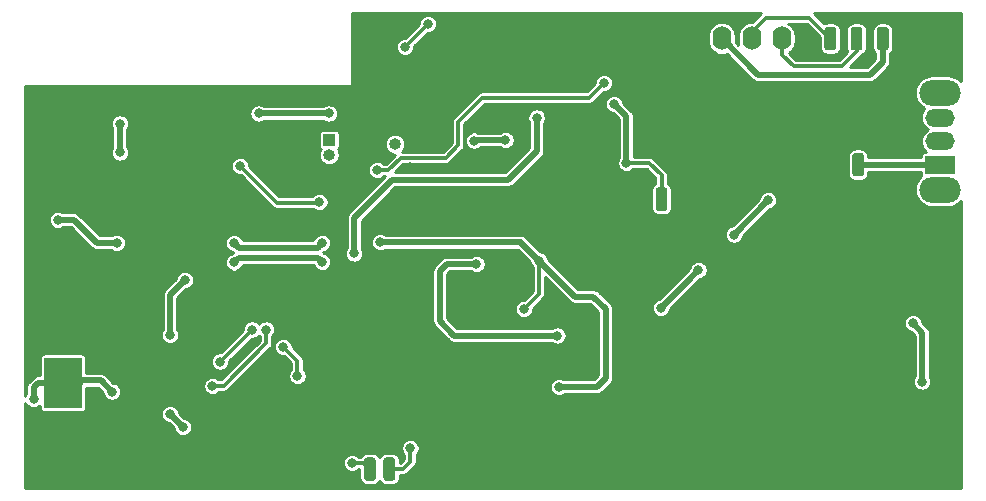
<source format=gbr>
%TF.GenerationSoftware,KiCad,Pcbnew,5.1.8-db9833491~87~ubuntu20.04.1*%
%TF.CreationDate,2020-11-28T22:09:30+05:30*%
%TF.ProjectId,esp_2fa_board_design,6573705f-3266-4615-9f62-6f6172645f64,v01*%
%TF.SameCoordinates,Original*%
%TF.FileFunction,Copper,L2,Bot*%
%TF.FilePolarity,Positive*%
%FSLAX46Y46*%
G04 Gerber Fmt 4.6, Leading zero omitted, Abs format (unit mm)*
G04 Created by KiCad (PCBNEW 5.1.8-db9833491~87~ubuntu20.04.1) date 2020-11-28 22:09:30*
%MOMM*%
%LPD*%
G01*
G04 APERTURE LIST*
%TA.AperFunction,ComponentPad*%
%ADD10C,0.500000*%
%TD*%
%TA.AperFunction,ComponentPad*%
%ADD11O,1.600000X2.000000*%
%TD*%
%TA.AperFunction,ComponentPad*%
%ADD12O,1.000000X1.000000*%
%TD*%
%TA.AperFunction,ComponentPad*%
%ADD13R,1.000000X1.000000*%
%TD*%
%TA.AperFunction,ComponentPad*%
%ADD14O,3.500000X2.200000*%
%TD*%
%TA.AperFunction,ComponentPad*%
%ADD15O,2.500000X1.500000*%
%TD*%
%TA.AperFunction,ComponentPad*%
%ADD16R,2.500000X1.500000*%
%TD*%
%TA.AperFunction,SMDPad,CuDef*%
%ADD17R,3.200000X4.200000*%
%TD*%
%TA.AperFunction,ComponentPad*%
%ADD18C,2.000000*%
%TD*%
%TA.AperFunction,ViaPad*%
%ADD19C,0.800000*%
%TD*%
%TA.AperFunction,Conductor*%
%ADD20C,0.300000*%
%TD*%
%TA.AperFunction,Conductor*%
%ADD21C,0.500000*%
%TD*%
%TA.AperFunction,Conductor*%
%ADD22C,0.254000*%
%TD*%
%TA.AperFunction,Conductor*%
%ADD23C,0.100000*%
%TD*%
G04 APERTURE END LIST*
D10*
%TO.P,U4,11*%
%TO.N,GND*%
X130550000Y-103500000D03*
X131500000Y-102925000D03*
X131500000Y-104075000D03*
X132450000Y-103500000D03*
%TD*%
D11*
%TO.P,Brd1,4*%
%TO.N,/IO21_SDA*%
X154700000Y-82850000D03*
%TO.P,Brd1,3*%
%TO.N,/IO22_SCL*%
X152160000Y-82850000D03*
%TO.P,Brd1,1*%
%TO.N,GND*%
X147080000Y-82850000D03*
%TO.P,Brd1,2*%
%TO.N,/LOAD_SWITCH_VCC*%
X149620000Y-82850000D03*
%TD*%
D12*
%TO.P,J1,2*%
%TO.N,/RX*%
X116400000Y-92720000D03*
D13*
%TO.P,J1,1*%
%TO.N,/TX*%
X116400000Y-91450000D03*
%TD*%
%TO.P,TP5,1*%
%TO.N,/V_INPUT*%
%TA.AperFunction,SMDPad,CuDef*%
G36*
G01*
X160663000Y-94285500D02*
X160663000Y-92785500D01*
G75*
G02*
X160913000Y-92535500I250000J0D01*
G01*
X161413000Y-92535500D01*
G75*
G02*
X161663000Y-92785500I0J-250000D01*
G01*
X161663000Y-94285500D01*
G75*
G02*
X161413000Y-94535500I-250000J0D01*
G01*
X160913000Y-94535500D01*
G75*
G02*
X160663000Y-94285500I0J250000D01*
G01*
G37*
%TD.AperFunction*%
%TD*%
D12*
%TO.P,J3,2*%
%TO.N,+BATT*%
X121950000Y-91800000D03*
D13*
%TO.P,J3,1*%
%TO.N,GND*%
X120680000Y-91800000D03*
%TD*%
%TO.P,TP8,1*%
%TO.N,GND*%
%TA.AperFunction,SMDPad,CuDef*%
G36*
G01*
X144026000Y-100318000D02*
X144026000Y-98818000D01*
G75*
G02*
X144276000Y-98568000I250000J0D01*
G01*
X144776000Y-98568000D01*
G75*
G02*
X145026000Y-98818000I0J-250000D01*
G01*
X145026000Y-100318000D01*
G75*
G02*
X144776000Y-100568000I-250000J0D01*
G01*
X144276000Y-100568000D01*
G75*
G02*
X144026000Y-100318000I0J250000D01*
G01*
G37*
%TD.AperFunction*%
%TD*%
%TO.P,TP7,1*%
%TO.N,/IO22_SCL*%
%TA.AperFunction,SMDPad,CuDef*%
G36*
G01*
X158313500Y-83617500D02*
X158313500Y-82117500D01*
G75*
G02*
X158563500Y-81867500I250000J0D01*
G01*
X159063500Y-81867500D01*
G75*
G02*
X159313500Y-82117500I0J-250000D01*
G01*
X159313500Y-83617500D01*
G75*
G02*
X159063500Y-83867500I-250000J0D01*
G01*
X158563500Y-83867500D01*
G75*
G02*
X158313500Y-83617500I0J250000D01*
G01*
G37*
%TD.AperFunction*%
%TD*%
%TO.P,TP6,1*%
%TO.N,/IO21_SDA*%
%TA.AperFunction,SMDPad,CuDef*%
G36*
G01*
X160536000Y-83617500D02*
X160536000Y-82117500D01*
G75*
G02*
X160786000Y-81867500I250000J0D01*
G01*
X161286000Y-81867500D01*
G75*
G02*
X161536000Y-82117500I0J-250000D01*
G01*
X161536000Y-83617500D01*
G75*
G02*
X161286000Y-83867500I-250000J0D01*
G01*
X160786000Y-83867500D01*
G75*
G02*
X160536000Y-83617500I0J250000D01*
G01*
G37*
%TD.AperFunction*%
%TD*%
%TO.P,TP3,1*%
%TO.N,/IO18_SCL*%
%TA.AperFunction,SMDPad,CuDef*%
G36*
G01*
X120975500Y-120066500D02*
X120975500Y-118566500D01*
G75*
G02*
X121225500Y-118316500I250000J0D01*
G01*
X121725500Y-118316500D01*
G75*
G02*
X121975500Y-118566500I0J-250000D01*
G01*
X121975500Y-120066500D01*
G75*
G02*
X121725500Y-120316500I-250000J0D01*
G01*
X121225500Y-120316500D01*
G75*
G02*
X120975500Y-120066500I0J250000D01*
G01*
G37*
%TD.AperFunction*%
%TD*%
%TO.P,TP2,1*%
%TO.N,/IO5_SDA*%
%TA.AperFunction,SMDPad,CuDef*%
G36*
G01*
X119324500Y-120066500D02*
X119324500Y-118566500D01*
G75*
G02*
X119574500Y-118316500I250000J0D01*
G01*
X120074500Y-118316500D01*
G75*
G02*
X120324500Y-118566500I0J-250000D01*
G01*
X120324500Y-120066500D01*
G75*
G02*
X120074500Y-120316500I-250000J0D01*
G01*
X119574500Y-120316500D01*
G75*
G02*
X119324500Y-120066500I0J250000D01*
G01*
G37*
%TD.AperFunction*%
%TD*%
D14*
%TO.P,SW5,*%
%TO.N,*%
X168100000Y-87450000D03*
X168100000Y-95650000D03*
D15*
%TO.P,SW5,3*%
%TO.N,N/C*%
X168100000Y-89550000D03*
%TO.P,SW5,2*%
%TO.N,Net-(C11-Pad1)*%
X168100000Y-91550000D03*
D16*
%TO.P,SW5,1*%
%TO.N,/V_INPUT*%
X168100000Y-93550000D03*
%TD*%
%TO.P,TP4,1*%
%TO.N,/LOAD_SWITCH_VCC*%
%TA.AperFunction,SMDPad,CuDef*%
G36*
G01*
X162758500Y-83617500D02*
X162758500Y-82117500D01*
G75*
G02*
X163008500Y-81867500I250000J0D01*
G01*
X163508500Y-81867500D01*
G75*
G02*
X163758500Y-82117500I0J-250000D01*
G01*
X163758500Y-83617500D01*
G75*
G02*
X163508500Y-83867500I-250000J0D01*
G01*
X163008500Y-83867500D01*
G75*
G02*
X162758500Y-83617500I0J250000D01*
G01*
G37*
%TD.AperFunction*%
%TD*%
%TO.P,TP1,1*%
%TO.N,+3V3*%
%TA.AperFunction,SMDPad,CuDef*%
G36*
G01*
X144026000Y-97206500D02*
X144026000Y-95706500D01*
G75*
G02*
X144276000Y-95456500I250000J0D01*
G01*
X144776000Y-95456500D01*
G75*
G02*
X145026000Y-95706500I0J-250000D01*
G01*
X145026000Y-97206500D01*
G75*
G02*
X144776000Y-97456500I-250000J0D01*
G01*
X144276000Y-97456500D01*
G75*
G02*
X144026000Y-97206500I0J250000D01*
G01*
G37*
%TD.AperFunction*%
%TD*%
D17*
%TO.P,BT1,1*%
%TO.N,Net-(BT1-Pad1)*%
X93850000Y-112000000D03*
%TO.P,BT1,2*%
%TO.N,GND*%
X123150000Y-112000000D03*
%TD*%
D18*
%TO.P,J2,MH1*%
%TO.N,GND*%
X159660000Y-118200000D03*
%TO.P,J2,MH2*%
X168300000Y-118200000D03*
%TO.P,J2,MH3*%
X168300000Y-114400000D03*
%TO.P,J2,MH4*%
X159660000Y-114400000D03*
%TD*%
D19*
%TO.N,/IO21_SDA*%
X120450000Y-94000000D03*
X139650000Y-86600000D03*
%TO.N,/IO22_SCL*%
X122800000Y-83550000D03*
X124750000Y-81600000D03*
%TO.N,GND*%
X106350000Y-95150000D03*
X94655000Y-115445000D03*
X117250000Y-116950000D03*
X123350000Y-84650000D03*
X102950000Y-98450000D03*
X96500000Y-113200000D03*
X146300000Y-106800000D03*
X93050000Y-92150000D03*
X94655000Y-117645000D03*
X95950000Y-117650000D03*
X97195000Y-117655000D03*
X98250000Y-103400000D03*
X115700000Y-115100000D03*
X93200000Y-114950000D03*
X98465000Y-111215000D03*
X93200000Y-109050000D03*
X94650000Y-107950000D03*
X114500000Y-97800000D03*
X114500000Y-95550000D03*
X123250000Y-93700000D03*
X123250000Y-96150000D03*
X111050000Y-110500000D03*
X165400000Y-108350000D03*
X167750000Y-108350000D03*
X165350000Y-109650000D03*
X169300000Y-109500000D03*
X139900000Y-90500000D03*
X143250000Y-90500000D03*
X129400000Y-86500000D03*
X131600000Y-89350000D03*
X127950000Y-92550000D03*
X124650000Y-91700000D03*
X123250000Y-91650000D03*
X131300000Y-86350000D03*
X147080000Y-82850000D03*
X99500000Y-96600000D03*
X101105000Y-87645000D03*
X104305000Y-87645000D03*
X107205000Y-87645000D03*
X109805000Y-87645000D03*
X110600000Y-93600000D03*
X109850000Y-97250000D03*
X119600000Y-99300000D03*
X120150000Y-98150000D03*
X117150000Y-98150000D03*
X117150000Y-99300000D03*
X111150000Y-115100000D03*
X113450000Y-115100000D03*
X127025000Y-110575000D03*
X129075000Y-110575000D03*
X138325000Y-115025000D03*
X142225000Y-115025000D03*
X150225000Y-114975000D03*
X154375000Y-114975000D03*
X107605331Y-107844669D03*
X141000000Y-109000000D03*
X138200000Y-109000000D03*
X138050000Y-103600000D03*
X128000000Y-106800000D03*
X127100000Y-104025000D03*
X124600000Y-106825000D03*
X124275000Y-103950000D03*
X122555000Y-98171000D03*
X122555000Y-101727000D03*
X121221500Y-96964500D03*
X122110500Y-96075500D03*
X119062500Y-94805500D03*
X118681500Y-95885000D03*
X115570000Y-108521500D03*
X142557500Y-94615000D03*
X145986500Y-94615000D03*
X163131500Y-92392500D03*
X163131500Y-94932500D03*
X159893000Y-81153000D03*
X162306000Y-81153000D03*
X159893000Y-87249000D03*
X162306000Y-87249000D03*
X152971500Y-87312500D03*
X109448600Y-99314000D03*
X109448600Y-102565200D03*
X114503200Y-99314000D03*
X114503200Y-102565200D03*
X138252200Y-86360000D03*
X141681200Y-87503000D03*
X146300000Y-106800000D03*
X143611600Y-104140000D03*
X161163000Y-91541600D03*
X161163000Y-95656400D03*
X156464000Y-83820000D03*
X138201400Y-111226600D03*
X138201400Y-113690400D03*
X140868400Y-112268000D03*
X142544800Y-96189800D03*
X145973800Y-96189800D03*
X137896600Y-105892600D03*
X133299200Y-82600800D03*
X135102600Y-83413600D03*
X121666000Y-108737400D03*
X168097200Y-102082600D03*
X145491200Y-102158800D03*
X148132800Y-103936800D03*
%TO.N,/LOAD_SWITCH_VCC*%
X102900000Y-114650000D03*
X103980331Y-115730331D03*
X102900000Y-107950010D03*
X115800000Y-101750000D03*
X118500000Y-101050000D03*
X104150000Y-103300000D03*
X133950000Y-89550000D03*
X108331000Y-101803200D03*
%TO.N,Net-(BT1-Pad1)*%
X91350000Y-113400000D03*
X98000000Y-112750000D03*
%TO.N,/EN*%
X115550000Y-96700000D03*
X108850000Y-93650000D03*
%TO.N,+BATT*%
X131301041Y-91448959D03*
X128650000Y-91500000D03*
%TO.N,+3V3*%
X93400000Y-98200000D03*
X134150000Y-101650000D03*
X135850000Y-112350000D03*
X141550000Y-93400010D03*
X140500000Y-88400000D03*
X115800000Y-100150000D03*
X120700000Y-100100000D03*
X98400000Y-100150000D03*
X132850000Y-105750000D03*
X108331000Y-100152200D03*
%TO.N,VBUS*%
X165800000Y-106950000D03*
X166600000Y-111900000D03*
%TO.N,/IO5_SDA*%
X111050000Y-107500000D03*
X106500000Y-112250000D03*
X118313200Y-118770400D03*
%TO.N,/IO18_SCL*%
X109850000Y-107500000D03*
X107150000Y-110200000D03*
X123253500Y-117538500D03*
%TO.N,/A1_7_BATT*%
X98650000Y-92500000D03*
X98650000Y-90050000D03*
X110400000Y-89200000D03*
X116350000Y-89200000D03*
%TO.N,/IO25*%
X112500000Y-108950000D03*
X113700000Y-111450000D03*
%TO.N,Net-(C11-Pad1)*%
X153550000Y-96550000D03*
X150650000Y-99450000D03*
X144450000Y-105650000D03*
X135700000Y-107999990D03*
X128850000Y-101950000D03*
X147650200Y-102449800D03*
%TD*%
D20*
%TO.N,/IO21_SDA*%
X126250001Y-92949999D02*
X122450001Y-92949999D01*
X127300000Y-91900000D02*
X126250001Y-92949999D01*
X127300000Y-89900000D02*
X127300000Y-91900000D01*
X129350000Y-87850000D02*
X127300000Y-89900000D01*
X121400000Y-94000000D02*
X122450001Y-92949999D01*
X120450000Y-94000000D02*
X121400000Y-94000000D01*
X137500000Y-87850000D02*
X129350000Y-87850000D01*
X138400000Y-87850000D02*
X139650000Y-86600000D01*
X137500000Y-87850000D02*
X138400000Y-87850000D01*
X154700000Y-82850000D02*
X154700000Y-83707000D01*
X154700000Y-82850000D02*
X154700000Y-84215000D01*
X154700000Y-84215000D02*
X155702000Y-85217000D01*
X155702000Y-85217000D02*
X159766000Y-85217000D01*
X161036000Y-83947000D02*
X161036000Y-82867500D01*
X159766000Y-85217000D02*
X161036000Y-83947000D01*
%TO.N,/IO22_SCL*%
X122800000Y-83550000D02*
X124750000Y-81600000D01*
X152160000Y-82850000D02*
X152160000Y-82282000D01*
X152160000Y-82282000D02*
X153352500Y-81089500D01*
X157035500Y-81089500D02*
X158813500Y-82867500D01*
X153352500Y-81089500D02*
X157035500Y-81089500D01*
D21*
%TO.N,/LOAD_SWITCH_VCC*%
X102900000Y-114650000D02*
X103980331Y-115730331D01*
X102900000Y-107950010D02*
X102900000Y-104800000D01*
X102900000Y-104550000D02*
X104150000Y-103300000D01*
X102900000Y-104800000D02*
X102900000Y-104550000D01*
X133950000Y-92400000D02*
X133950000Y-90250000D01*
X133950000Y-90250000D02*
X133950000Y-89550000D01*
X131550000Y-94800000D02*
X133950000Y-92400000D01*
X121735000Y-94800000D02*
X131550000Y-94800000D01*
X118500000Y-98035000D02*
X121735000Y-94800000D01*
X118500000Y-101050000D02*
X118500000Y-98035000D01*
X162179000Y-85915500D02*
X163258500Y-84836000D01*
X163258500Y-84836000D02*
X163258500Y-82867500D01*
X152685500Y-85915500D02*
X162179000Y-85915500D01*
X149620000Y-82850000D02*
X152685500Y-85915500D01*
X115453201Y-101403201D02*
X115800000Y-101750000D01*
X108730999Y-101403201D02*
X115453201Y-101403201D01*
X108331000Y-101803200D02*
X108730999Y-101403201D01*
%TO.N,Net-(BT1-Pad1)*%
X98000000Y-112750000D02*
X97050000Y-111800000D01*
X95450000Y-111800000D02*
X95250000Y-112000000D01*
X97050000Y-111800000D02*
X95450000Y-111800000D01*
X91350000Y-113400000D02*
X91350000Y-112400000D01*
X91750000Y-112000000D02*
X93850000Y-112000000D01*
X91350000Y-112400000D02*
X91750000Y-112000000D01*
D20*
%TO.N,/EN*%
X115500000Y-96750000D02*
X115550000Y-96700000D01*
X111950000Y-96750000D02*
X115500000Y-96750000D01*
X108850000Y-93650000D02*
X111950000Y-96750000D01*
D21*
%TO.N,+BATT*%
X128701041Y-91448959D02*
X128650000Y-91500000D01*
X131301041Y-91448959D02*
X128701041Y-91448959D01*
%TO.N,+3V3*%
X94758002Y-98200000D02*
X96708002Y-100150000D01*
X93400000Y-98200000D02*
X94758002Y-98200000D01*
X132650000Y-100150000D02*
X134150000Y-101650000D01*
X141550000Y-89450000D02*
X141250000Y-89150000D01*
X141550000Y-93400010D02*
X141550000Y-89450000D01*
X141250000Y-89150000D02*
X140500000Y-88400000D01*
X132600000Y-100100000D02*
X132650000Y-100150000D01*
X120700000Y-100100000D02*
X132600000Y-100100000D01*
X115800000Y-100150000D02*
X115800000Y-100150000D01*
X96708002Y-100150000D02*
X98400000Y-100150000D01*
D20*
X134150000Y-104450000D02*
X134150000Y-101650000D01*
X132850000Y-105750000D02*
X134150000Y-104450000D01*
X141550000Y-93400010D02*
X143501510Y-93400010D01*
X144526000Y-94424500D02*
X144526000Y-96456500D01*
X143501510Y-93400010D02*
X144526000Y-94424500D01*
D21*
X115789500Y-100139500D02*
X115800000Y-100150000D01*
X115397801Y-100552199D02*
X115800000Y-100150000D01*
X108730999Y-100552199D02*
X115397801Y-100552199D01*
X108331000Y-100152200D02*
X108730999Y-100552199D01*
X139059200Y-112350000D02*
X135850000Y-112350000D01*
X139800000Y-111609200D02*
X139059200Y-112350000D01*
X139800000Y-105750000D02*
X139800000Y-111609200D01*
X138750000Y-104700000D02*
X139800000Y-105750000D01*
X137200000Y-104700000D02*
X138750000Y-104700000D01*
X134150000Y-101650000D02*
X137200000Y-104700000D01*
%TO.N,/V_INPUT*%
X168085500Y-93535500D02*
X168100000Y-93550000D01*
X162750500Y-93535500D02*
X168085500Y-93535500D01*
X162750500Y-93535500D02*
X161163000Y-93535500D01*
%TO.N,VBUS*%
X166600000Y-111900000D02*
X166600000Y-107750000D01*
X166600000Y-107750000D02*
X165800000Y-106950000D01*
D20*
%TO.N,/IO5_SDA*%
X111050000Y-108650000D02*
X111050000Y-107500000D01*
X107450000Y-112250000D02*
X111050000Y-108650000D01*
X106500000Y-112250000D02*
X107450000Y-112250000D01*
X119570500Y-119570500D02*
X119824500Y-119316500D01*
X119278400Y-118770400D02*
X119824500Y-119316500D01*
X118313200Y-118770400D02*
X119278400Y-118770400D01*
%TO.N,/IO18_SCL*%
X107700000Y-109650000D02*
X109850000Y-107500000D01*
X107700000Y-109650000D02*
X107150000Y-110200000D01*
X123253500Y-117538500D02*
X123253500Y-118681500D01*
X122618500Y-119316500D02*
X121475500Y-119316500D01*
X123253500Y-118681500D02*
X122618500Y-119316500D01*
D21*
%TO.N,/A1_7_BATT*%
X98650000Y-92500000D02*
X98650000Y-90050000D01*
X110400000Y-89200000D02*
X116350000Y-89200000D01*
D20*
%TO.N,/IO25*%
X112500000Y-108950000D02*
X113700000Y-110150000D01*
X113700000Y-110150000D02*
X113700000Y-111450000D01*
D21*
%TO.N,Net-(C11-Pad1)*%
X153550000Y-96550000D02*
X150650000Y-99450000D01*
X146750000Y-103350000D02*
X144450000Y-105650000D01*
X126325000Y-101950000D02*
X128850000Y-101950000D01*
X125750000Y-102525000D02*
X126325000Y-101950000D01*
X125750000Y-106775000D02*
X125750000Y-102525000D01*
X126974990Y-107999990D02*
X125750000Y-106775000D01*
X135700000Y-107999990D02*
X126974990Y-107999990D01*
X146750000Y-103350000D02*
X147650200Y-102449800D01*
%TD*%
D22*
%TO.N,GND*%
X152961553Y-80735156D02*
X152223181Y-81473529D01*
X152160000Y-81467306D01*
X151929268Y-81490031D01*
X151707403Y-81557333D01*
X151502930Y-81666626D01*
X151323709Y-81813709D01*
X151176626Y-81992931D01*
X151067333Y-82197404D01*
X151000031Y-82419269D01*
X150983000Y-82592189D01*
X150983000Y-83107812D01*
X151000031Y-83280732D01*
X151027284Y-83370572D01*
X150794088Y-83137377D01*
X150797000Y-83107811D01*
X150797000Y-82592188D01*
X150779969Y-82419268D01*
X150712667Y-82197403D01*
X150603374Y-81992930D01*
X150456291Y-81813709D01*
X150277069Y-81666626D01*
X150072596Y-81557333D01*
X149850731Y-81490031D01*
X149620000Y-81467306D01*
X149389268Y-81490031D01*
X149167403Y-81557333D01*
X148962930Y-81666626D01*
X148783709Y-81813709D01*
X148636626Y-81992931D01*
X148527333Y-82197404D01*
X148460031Y-82419269D01*
X148443000Y-82592189D01*
X148443000Y-83107812D01*
X148460031Y-83280732D01*
X148527333Y-83502597D01*
X148636627Y-83707070D01*
X148783710Y-83886291D01*
X148962931Y-84033374D01*
X149167404Y-84142667D01*
X149389269Y-84209969D01*
X149620000Y-84232694D01*
X149850732Y-84209969D01*
X150036811Y-84153522D01*
X152220366Y-86337078D01*
X152239999Y-86361001D01*
X152335472Y-86439353D01*
X152444397Y-86497575D01*
X152562587Y-86533427D01*
X152685500Y-86545533D01*
X152716294Y-86542500D01*
X162148206Y-86542500D01*
X162179000Y-86545533D01*
X162209794Y-86542500D01*
X162301913Y-86533427D01*
X162420103Y-86497575D01*
X162529028Y-86439353D01*
X162624501Y-86361001D01*
X162644138Y-86337073D01*
X163680074Y-85301137D01*
X163704001Y-85281501D01*
X163782353Y-85186028D01*
X163782354Y-85186027D01*
X163840575Y-85077104D01*
X163876427Y-84958913D01*
X163888533Y-84836000D01*
X163885500Y-84805206D01*
X163885500Y-84117661D01*
X163953146Y-84062146D01*
X164031348Y-83966856D01*
X164089458Y-83858141D01*
X164125241Y-83740177D01*
X164137324Y-83617500D01*
X164137324Y-82117500D01*
X164125241Y-81994823D01*
X164089458Y-81876859D01*
X164031348Y-81768144D01*
X163953146Y-81672854D01*
X163857856Y-81594652D01*
X163749141Y-81536542D01*
X163631177Y-81500759D01*
X163508500Y-81488676D01*
X163008500Y-81488676D01*
X162885823Y-81500759D01*
X162767859Y-81536542D01*
X162659144Y-81594652D01*
X162563854Y-81672854D01*
X162485652Y-81768144D01*
X162427542Y-81876859D01*
X162391759Y-81994823D01*
X162379676Y-82117500D01*
X162379676Y-83617500D01*
X162391759Y-83740177D01*
X162427542Y-83858141D01*
X162485652Y-83966856D01*
X162563854Y-84062146D01*
X162631500Y-84117662D01*
X162631500Y-84576289D01*
X161919289Y-85288500D01*
X160439789Y-85288500D01*
X161390339Y-84337951D01*
X161410448Y-84321448D01*
X161476304Y-84241202D01*
X161493831Y-84208410D01*
X161526641Y-84198458D01*
X161635356Y-84140348D01*
X161730646Y-84062146D01*
X161808848Y-83966856D01*
X161866958Y-83858141D01*
X161902741Y-83740177D01*
X161914824Y-83617500D01*
X161914824Y-82117500D01*
X161902741Y-81994823D01*
X161866958Y-81876859D01*
X161808848Y-81768144D01*
X161730646Y-81672854D01*
X161635356Y-81594652D01*
X161526641Y-81536542D01*
X161408677Y-81500759D01*
X161286000Y-81488676D01*
X160786000Y-81488676D01*
X160663323Y-81500759D01*
X160545359Y-81536542D01*
X160436644Y-81594652D01*
X160341354Y-81672854D01*
X160263152Y-81768144D01*
X160205042Y-81876859D01*
X160169259Y-81994823D01*
X160157176Y-82117500D01*
X160157176Y-83617500D01*
X160169259Y-83740177D01*
X160205042Y-83858141D01*
X160263152Y-83966856D01*
X160266624Y-83971086D01*
X159547711Y-84690000D01*
X155920290Y-84690000D01*
X155296199Y-84065910D01*
X155357070Y-84033374D01*
X155536291Y-83886291D01*
X155683374Y-83707070D01*
X155792667Y-83502596D01*
X155859969Y-83280731D01*
X155877000Y-83107811D01*
X155877000Y-82592188D01*
X155859969Y-82419268D01*
X155792667Y-82197403D01*
X155683374Y-81992930D01*
X155536291Y-81813709D01*
X155357069Y-81666626D01*
X155263290Y-81616500D01*
X156817211Y-81616500D01*
X157934676Y-82733966D01*
X157934676Y-83617500D01*
X157946759Y-83740177D01*
X157982542Y-83858141D01*
X158040652Y-83966856D01*
X158118854Y-84062146D01*
X158214144Y-84140348D01*
X158322859Y-84198458D01*
X158440823Y-84234241D01*
X158563500Y-84246324D01*
X159063500Y-84246324D01*
X159186177Y-84234241D01*
X159304141Y-84198458D01*
X159412856Y-84140348D01*
X159508146Y-84062146D01*
X159586348Y-83966856D01*
X159644458Y-83858141D01*
X159680241Y-83740177D01*
X159692324Y-83617500D01*
X159692324Y-82117500D01*
X159680241Y-81994823D01*
X159644458Y-81876859D01*
X159586348Y-81768144D01*
X159508146Y-81672854D01*
X159412856Y-81594652D01*
X159304141Y-81536542D01*
X159186177Y-81500759D01*
X159063500Y-81488676D01*
X158563500Y-81488676D01*
X158440823Y-81500759D01*
X158322859Y-81536542D01*
X158260933Y-81569643D01*
X157426455Y-80735166D01*
X157419753Y-80727000D01*
X169873000Y-80727000D01*
X169873000Y-86490171D01*
X169799450Y-86400550D01*
X169574547Y-86215978D01*
X169317958Y-86078828D01*
X169039543Y-85994371D01*
X168822556Y-85973000D01*
X167377444Y-85973000D01*
X167160457Y-85994371D01*
X166882042Y-86078828D01*
X166625453Y-86215978D01*
X166400550Y-86400550D01*
X166215978Y-86625453D01*
X166078828Y-86882042D01*
X165994371Y-87160457D01*
X165965854Y-87450000D01*
X165994371Y-87739543D01*
X166078828Y-88017958D01*
X166215978Y-88274547D01*
X166400550Y-88499450D01*
X166625453Y-88684022D01*
X166783448Y-88768472D01*
X166658400Y-88920843D01*
X166553750Y-89116629D01*
X166489307Y-89329069D01*
X166467547Y-89550000D01*
X166489307Y-89770931D01*
X166553750Y-89983371D01*
X166658400Y-90179157D01*
X166799235Y-90350765D01*
X166970843Y-90491600D01*
X167080102Y-90550000D01*
X166970843Y-90608400D01*
X166799235Y-90749235D01*
X166658400Y-90920843D01*
X166553750Y-91116629D01*
X166489307Y-91329069D01*
X166467547Y-91550000D01*
X166489307Y-91770931D01*
X166553750Y-91983371D01*
X166658400Y-92179157D01*
X166799235Y-92350765D01*
X166885031Y-92421176D01*
X166850000Y-92421176D01*
X166776095Y-92428455D01*
X166705030Y-92450012D01*
X166639537Y-92485019D01*
X166582131Y-92532131D01*
X166535019Y-92589537D01*
X166500012Y-92655030D01*
X166478455Y-92726095D01*
X166471176Y-92800000D01*
X166471176Y-92908500D01*
X162041824Y-92908500D01*
X162041824Y-92785500D01*
X162029741Y-92662823D01*
X161993958Y-92544859D01*
X161935848Y-92436144D01*
X161857646Y-92340854D01*
X161762356Y-92262652D01*
X161653641Y-92204542D01*
X161535677Y-92168759D01*
X161413000Y-92156676D01*
X160913000Y-92156676D01*
X160790323Y-92168759D01*
X160672359Y-92204542D01*
X160563644Y-92262652D01*
X160468354Y-92340854D01*
X160390152Y-92436144D01*
X160332042Y-92544859D01*
X160296259Y-92662823D01*
X160284176Y-92785500D01*
X160284176Y-94285500D01*
X160296259Y-94408177D01*
X160332042Y-94526141D01*
X160390152Y-94634856D01*
X160468354Y-94730146D01*
X160563644Y-94808348D01*
X160672359Y-94866458D01*
X160790323Y-94902241D01*
X160913000Y-94914324D01*
X161413000Y-94914324D01*
X161535677Y-94902241D01*
X161653641Y-94866458D01*
X161762356Y-94808348D01*
X161857646Y-94730146D01*
X161935848Y-94634856D01*
X161993958Y-94526141D01*
X162029741Y-94408177D01*
X162041824Y-94285500D01*
X162041824Y-94162500D01*
X166471176Y-94162500D01*
X166471176Y-94300000D01*
X166478455Y-94373905D01*
X166500012Y-94444970D01*
X166527489Y-94496375D01*
X166400550Y-94600550D01*
X166215978Y-94825453D01*
X166078828Y-95082042D01*
X165994371Y-95360457D01*
X165965854Y-95650000D01*
X165994371Y-95939543D01*
X166078828Y-96217958D01*
X166215978Y-96474547D01*
X166400550Y-96699450D01*
X166625453Y-96884022D01*
X166882042Y-97021172D01*
X167160457Y-97105629D01*
X167377444Y-97127000D01*
X168822556Y-97127000D01*
X169039543Y-97105629D01*
X169317958Y-97021172D01*
X169574547Y-96884022D01*
X169799450Y-96699450D01*
X169873000Y-96609829D01*
X169873000Y-120873000D01*
X90627000Y-120873000D01*
X90627000Y-118693872D01*
X117536200Y-118693872D01*
X117536200Y-118846928D01*
X117566059Y-118997043D01*
X117624631Y-119138448D01*
X117709664Y-119265709D01*
X117817891Y-119373936D01*
X117945152Y-119458969D01*
X118086557Y-119517541D01*
X118236672Y-119547400D01*
X118389728Y-119547400D01*
X118539843Y-119517541D01*
X118681248Y-119458969D01*
X118808509Y-119373936D01*
X118885045Y-119297400D01*
X118945676Y-119297400D01*
X118945676Y-120066500D01*
X118957759Y-120189177D01*
X118993542Y-120307141D01*
X119051652Y-120415856D01*
X119129854Y-120511146D01*
X119225144Y-120589348D01*
X119333859Y-120647458D01*
X119451823Y-120683241D01*
X119574500Y-120695324D01*
X120074500Y-120695324D01*
X120197177Y-120683241D01*
X120315141Y-120647458D01*
X120423856Y-120589348D01*
X120519146Y-120511146D01*
X120597348Y-120415856D01*
X120650000Y-120317352D01*
X120702652Y-120415856D01*
X120780854Y-120511146D01*
X120876144Y-120589348D01*
X120984859Y-120647458D01*
X121102823Y-120683241D01*
X121225500Y-120695324D01*
X121725500Y-120695324D01*
X121848177Y-120683241D01*
X121966141Y-120647458D01*
X122074856Y-120589348D01*
X122170146Y-120511146D01*
X122248348Y-120415856D01*
X122306458Y-120307141D01*
X122342241Y-120189177D01*
X122354324Y-120066500D01*
X122354324Y-119843500D01*
X122592619Y-119843500D01*
X122618500Y-119846049D01*
X122644381Y-119843500D01*
X122721810Y-119835874D01*
X122821150Y-119805739D01*
X122912702Y-119756804D01*
X122992948Y-119690948D01*
X123009455Y-119670834D01*
X123607844Y-119072447D01*
X123627948Y-119055948D01*
X123693804Y-118975702D01*
X123742739Y-118884150D01*
X123772874Y-118784810D01*
X123780500Y-118707381D01*
X123783049Y-118681500D01*
X123780500Y-118655619D01*
X123780500Y-118110345D01*
X123857036Y-118033809D01*
X123942069Y-117906548D01*
X124000641Y-117765143D01*
X124030500Y-117615028D01*
X124030500Y-117461972D01*
X124000641Y-117311857D01*
X123942069Y-117170452D01*
X123857036Y-117043191D01*
X123748809Y-116934964D01*
X123621548Y-116849931D01*
X123480143Y-116791359D01*
X123330028Y-116761500D01*
X123176972Y-116761500D01*
X123026857Y-116791359D01*
X122885452Y-116849931D01*
X122758191Y-116934964D01*
X122649964Y-117043191D01*
X122564931Y-117170452D01*
X122506359Y-117311857D01*
X122476500Y-117461972D01*
X122476500Y-117615028D01*
X122506359Y-117765143D01*
X122564931Y-117906548D01*
X122649964Y-118033809D01*
X122726501Y-118110346D01*
X122726501Y-118463209D01*
X122400210Y-118789500D01*
X122354324Y-118789500D01*
X122354324Y-118566500D01*
X122342241Y-118443823D01*
X122306458Y-118325859D01*
X122248348Y-118217144D01*
X122170146Y-118121854D01*
X122074856Y-118043652D01*
X121966141Y-117985542D01*
X121848177Y-117949759D01*
X121725500Y-117937676D01*
X121225500Y-117937676D01*
X121102823Y-117949759D01*
X120984859Y-117985542D01*
X120876144Y-118043652D01*
X120780854Y-118121854D01*
X120702652Y-118217144D01*
X120650000Y-118315648D01*
X120597348Y-118217144D01*
X120519146Y-118121854D01*
X120423856Y-118043652D01*
X120315141Y-117985542D01*
X120197177Y-117949759D01*
X120074500Y-117937676D01*
X119574500Y-117937676D01*
X119451823Y-117949759D01*
X119333859Y-117985542D01*
X119225144Y-118043652D01*
X119129854Y-118121854D01*
X119051652Y-118217144D01*
X119037618Y-118243400D01*
X118885045Y-118243400D01*
X118808509Y-118166864D01*
X118681248Y-118081831D01*
X118539843Y-118023259D01*
X118389728Y-117993400D01*
X118236672Y-117993400D01*
X118086557Y-118023259D01*
X117945152Y-118081831D01*
X117817891Y-118166864D01*
X117709664Y-118275091D01*
X117624631Y-118402352D01*
X117566059Y-118543757D01*
X117536200Y-118693872D01*
X90627000Y-118693872D01*
X90627000Y-114573472D01*
X102123000Y-114573472D01*
X102123000Y-114726528D01*
X102152859Y-114876643D01*
X102211431Y-115018048D01*
X102296464Y-115145309D01*
X102404691Y-115253536D01*
X102531952Y-115338569D01*
X102673357Y-115397141D01*
X102782049Y-115418761D01*
X103211570Y-115848282D01*
X103233190Y-115956974D01*
X103291762Y-116098379D01*
X103376795Y-116225640D01*
X103485022Y-116333867D01*
X103612283Y-116418900D01*
X103753688Y-116477472D01*
X103903803Y-116507331D01*
X104056859Y-116507331D01*
X104206974Y-116477472D01*
X104348379Y-116418900D01*
X104475640Y-116333867D01*
X104583867Y-116225640D01*
X104668900Y-116098379D01*
X104727472Y-115956974D01*
X104757331Y-115806859D01*
X104757331Y-115653803D01*
X104727472Y-115503688D01*
X104668900Y-115362283D01*
X104583867Y-115235022D01*
X104475640Y-115126795D01*
X104348379Y-115041762D01*
X104206974Y-114983190D01*
X104098282Y-114961570D01*
X103668761Y-114532049D01*
X103647141Y-114423357D01*
X103588569Y-114281952D01*
X103503536Y-114154691D01*
X103395309Y-114046464D01*
X103268048Y-113961431D01*
X103126643Y-113902859D01*
X102976528Y-113873000D01*
X102823472Y-113873000D01*
X102673357Y-113902859D01*
X102531952Y-113961431D01*
X102404691Y-114046464D01*
X102296464Y-114154691D01*
X102211431Y-114281952D01*
X102152859Y-114423357D01*
X102123000Y-114573472D01*
X90627000Y-114573472D01*
X90627000Y-113684924D01*
X90661431Y-113768048D01*
X90746464Y-113895309D01*
X90854691Y-114003536D01*
X90981952Y-114088569D01*
X91123357Y-114147141D01*
X91273472Y-114177000D01*
X91426528Y-114177000D01*
X91576643Y-114147141D01*
X91718048Y-114088569D01*
X91845309Y-114003536D01*
X91871176Y-113977669D01*
X91871176Y-114100000D01*
X91878455Y-114173905D01*
X91900012Y-114244970D01*
X91935019Y-114310463D01*
X91982131Y-114367869D01*
X92039537Y-114414981D01*
X92105030Y-114449988D01*
X92176095Y-114471545D01*
X92250000Y-114478824D01*
X95450000Y-114478824D01*
X95523905Y-114471545D01*
X95594970Y-114449988D01*
X95660463Y-114414981D01*
X95717869Y-114367869D01*
X95764981Y-114310463D01*
X95799988Y-114244970D01*
X95821545Y-114173905D01*
X95828824Y-114100000D01*
X95828824Y-112427000D01*
X96790289Y-112427000D01*
X97231239Y-112867951D01*
X97252859Y-112976643D01*
X97311431Y-113118048D01*
X97396464Y-113245309D01*
X97504691Y-113353536D01*
X97631952Y-113438569D01*
X97773357Y-113497141D01*
X97923472Y-113527000D01*
X98076528Y-113527000D01*
X98226643Y-113497141D01*
X98368048Y-113438569D01*
X98495309Y-113353536D01*
X98603536Y-113245309D01*
X98688569Y-113118048D01*
X98747141Y-112976643D01*
X98777000Y-112826528D01*
X98777000Y-112673472D01*
X98747141Y-112523357D01*
X98688569Y-112381952D01*
X98603536Y-112254691D01*
X98522317Y-112173472D01*
X105723000Y-112173472D01*
X105723000Y-112326528D01*
X105752859Y-112476643D01*
X105811431Y-112618048D01*
X105896464Y-112745309D01*
X106004691Y-112853536D01*
X106131952Y-112938569D01*
X106273357Y-112997141D01*
X106423472Y-113027000D01*
X106576528Y-113027000D01*
X106726643Y-112997141D01*
X106868048Y-112938569D01*
X106995309Y-112853536D01*
X107071845Y-112777000D01*
X107424119Y-112777000D01*
X107450000Y-112779549D01*
X107475881Y-112777000D01*
X107553310Y-112769374D01*
X107652650Y-112739239D01*
X107744202Y-112690304D01*
X107824448Y-112624448D01*
X107840955Y-112604334D01*
X111404345Y-109040946D01*
X111424448Y-109024448D01*
X111490304Y-108944202D01*
X111528109Y-108873472D01*
X111723000Y-108873472D01*
X111723000Y-109026528D01*
X111752859Y-109176643D01*
X111811431Y-109318048D01*
X111896464Y-109445309D01*
X112004691Y-109553536D01*
X112131952Y-109638569D01*
X112273357Y-109697141D01*
X112423472Y-109727000D01*
X112531711Y-109727000D01*
X113173000Y-110368290D01*
X113173001Y-110878154D01*
X113096464Y-110954691D01*
X113011431Y-111081952D01*
X112952859Y-111223357D01*
X112923000Y-111373472D01*
X112923000Y-111526528D01*
X112952859Y-111676643D01*
X113011431Y-111818048D01*
X113096464Y-111945309D01*
X113204691Y-112053536D01*
X113331952Y-112138569D01*
X113473357Y-112197141D01*
X113623472Y-112227000D01*
X113776528Y-112227000D01*
X113926643Y-112197141D01*
X114068048Y-112138569D01*
X114195309Y-112053536D01*
X114303536Y-111945309D01*
X114388569Y-111818048D01*
X114447141Y-111676643D01*
X114477000Y-111526528D01*
X114477000Y-111373472D01*
X114447141Y-111223357D01*
X114388569Y-111081952D01*
X114303536Y-110954691D01*
X114227000Y-110878155D01*
X114227000Y-110175877D01*
X114229549Y-110149999D01*
X114226936Y-110123472D01*
X114219374Y-110046690D01*
X114189239Y-109947350D01*
X114140304Y-109855798D01*
X114074448Y-109775552D01*
X114054339Y-109759049D01*
X113277000Y-108981711D01*
X113277000Y-108873472D01*
X113247141Y-108723357D01*
X113188569Y-108581952D01*
X113103536Y-108454691D01*
X112995309Y-108346464D01*
X112868048Y-108261431D01*
X112726643Y-108202859D01*
X112576528Y-108173000D01*
X112423472Y-108173000D01*
X112273357Y-108202859D01*
X112131952Y-108261431D01*
X112004691Y-108346464D01*
X111896464Y-108454691D01*
X111811431Y-108581952D01*
X111752859Y-108723357D01*
X111723000Y-108873472D01*
X111528109Y-108873472D01*
X111539239Y-108852650D01*
X111569374Y-108753310D01*
X111577000Y-108675881D01*
X111577000Y-108675880D01*
X111579549Y-108650000D01*
X111577000Y-108624119D01*
X111577000Y-108071845D01*
X111653536Y-107995309D01*
X111738569Y-107868048D01*
X111797141Y-107726643D01*
X111827000Y-107576528D01*
X111827000Y-107423472D01*
X111797141Y-107273357D01*
X111738569Y-107131952D01*
X111653536Y-107004691D01*
X111545309Y-106896464D01*
X111418048Y-106811431D01*
X111276643Y-106752859D01*
X111126528Y-106723000D01*
X110973472Y-106723000D01*
X110823357Y-106752859D01*
X110681952Y-106811431D01*
X110554691Y-106896464D01*
X110450000Y-107001155D01*
X110345309Y-106896464D01*
X110218048Y-106811431D01*
X110076643Y-106752859D01*
X109926528Y-106723000D01*
X109773472Y-106723000D01*
X109623357Y-106752859D01*
X109481952Y-106811431D01*
X109354691Y-106896464D01*
X109246464Y-107004691D01*
X109161431Y-107131952D01*
X109102859Y-107273357D01*
X109073000Y-107423472D01*
X109073000Y-107531710D01*
X107181710Y-109423000D01*
X107073472Y-109423000D01*
X106923357Y-109452859D01*
X106781952Y-109511431D01*
X106654691Y-109596464D01*
X106546464Y-109704691D01*
X106461431Y-109831952D01*
X106402859Y-109973357D01*
X106373000Y-110123472D01*
X106373000Y-110276528D01*
X106402859Y-110426643D01*
X106461431Y-110568048D01*
X106546464Y-110695309D01*
X106654691Y-110803536D01*
X106781952Y-110888569D01*
X106923357Y-110947141D01*
X107073472Y-110977000D01*
X107226528Y-110977000D01*
X107376643Y-110947141D01*
X107518048Y-110888569D01*
X107645309Y-110803536D01*
X107753536Y-110695309D01*
X107838569Y-110568048D01*
X107897141Y-110426643D01*
X107927000Y-110276528D01*
X107927000Y-110168290D01*
X109818290Y-108277000D01*
X109926528Y-108277000D01*
X110076643Y-108247141D01*
X110218048Y-108188569D01*
X110345309Y-108103536D01*
X110450000Y-107998845D01*
X110523001Y-108071846D01*
X110523000Y-108431709D01*
X107231711Y-111723000D01*
X107071845Y-111723000D01*
X106995309Y-111646464D01*
X106868048Y-111561431D01*
X106726643Y-111502859D01*
X106576528Y-111473000D01*
X106423472Y-111473000D01*
X106273357Y-111502859D01*
X106131952Y-111561431D01*
X106004691Y-111646464D01*
X105896464Y-111754691D01*
X105811431Y-111881952D01*
X105752859Y-112023357D01*
X105723000Y-112173472D01*
X98522317Y-112173472D01*
X98495309Y-112146464D01*
X98368048Y-112061431D01*
X98226643Y-112002859D01*
X98117951Y-111981239D01*
X97515138Y-111378427D01*
X97495501Y-111354499D01*
X97400028Y-111276147D01*
X97291103Y-111217925D01*
X97172913Y-111182073D01*
X97080794Y-111173000D01*
X97050000Y-111169967D01*
X97019206Y-111173000D01*
X95828824Y-111173000D01*
X95828824Y-109900000D01*
X95821545Y-109826095D01*
X95799988Y-109755030D01*
X95764981Y-109689537D01*
X95717869Y-109632131D01*
X95660463Y-109585019D01*
X95594970Y-109550012D01*
X95523905Y-109528455D01*
X95450000Y-109521176D01*
X92250000Y-109521176D01*
X92176095Y-109528455D01*
X92105030Y-109550012D01*
X92039537Y-109585019D01*
X91982131Y-109632131D01*
X91935019Y-109689537D01*
X91900012Y-109755030D01*
X91878455Y-109826095D01*
X91871176Y-109900000D01*
X91871176Y-111373000D01*
X91780791Y-111373000D01*
X91749999Y-111369967D01*
X91719207Y-111373000D01*
X91719206Y-111373000D01*
X91627087Y-111382073D01*
X91508897Y-111417925D01*
X91399972Y-111476147D01*
X91304499Y-111554499D01*
X91284862Y-111578427D01*
X90928423Y-111934866D01*
X90904500Y-111954499D01*
X90826148Y-112049972D01*
X90786923Y-112123357D01*
X90767926Y-112158897D01*
X90732073Y-112277088D01*
X90719967Y-112400000D01*
X90723001Y-112430804D01*
X90723000Y-112939807D01*
X90661431Y-113031952D01*
X90627000Y-113115076D01*
X90627000Y-107873482D01*
X102123000Y-107873482D01*
X102123000Y-108026538D01*
X102152859Y-108176653D01*
X102211431Y-108318058D01*
X102296464Y-108445319D01*
X102404691Y-108553546D01*
X102531952Y-108638579D01*
X102673357Y-108697151D01*
X102823472Y-108727010D01*
X102976528Y-108727010D01*
X103126643Y-108697151D01*
X103268048Y-108638579D01*
X103395309Y-108553546D01*
X103503536Y-108445319D01*
X103588569Y-108318058D01*
X103647141Y-108176653D01*
X103677000Y-108026538D01*
X103677000Y-107873482D01*
X103647141Y-107723367D01*
X103588569Y-107581962D01*
X103527000Y-107489817D01*
X103527000Y-104809711D01*
X104267951Y-104068761D01*
X104376643Y-104047141D01*
X104518048Y-103988569D01*
X104645309Y-103903536D01*
X104753536Y-103795309D01*
X104838569Y-103668048D01*
X104897141Y-103526643D01*
X104927000Y-103376528D01*
X104927000Y-103223472D01*
X104897141Y-103073357D01*
X104838569Y-102931952D01*
X104753536Y-102804691D01*
X104645309Y-102696464D01*
X104518048Y-102611431D01*
X104376643Y-102552859D01*
X104226528Y-102523000D01*
X104073472Y-102523000D01*
X103923357Y-102552859D01*
X103781952Y-102611431D01*
X103654691Y-102696464D01*
X103546464Y-102804691D01*
X103461431Y-102931952D01*
X103402859Y-103073357D01*
X103381239Y-103182049D01*
X102478422Y-104084867D01*
X102454500Y-104104499D01*
X102376148Y-104199972D01*
X102317925Y-104308897D01*
X102282073Y-104427087D01*
X102282073Y-104427088D01*
X102269967Y-104550000D01*
X102273000Y-104580794D01*
X102273000Y-104830793D01*
X102273001Y-104830803D01*
X102273000Y-107489817D01*
X102211431Y-107581962D01*
X102152859Y-107723367D01*
X102123000Y-107873482D01*
X90627000Y-107873482D01*
X90627000Y-98123472D01*
X92623000Y-98123472D01*
X92623000Y-98276528D01*
X92652859Y-98426643D01*
X92711431Y-98568048D01*
X92796464Y-98695309D01*
X92904691Y-98803536D01*
X93031952Y-98888569D01*
X93173357Y-98947141D01*
X93323472Y-98977000D01*
X93476528Y-98977000D01*
X93626643Y-98947141D01*
X93768048Y-98888569D01*
X93860193Y-98827000D01*
X94498291Y-98827000D01*
X96242868Y-100571578D01*
X96262501Y-100595501D01*
X96357974Y-100673853D01*
X96466899Y-100732075D01*
X96585089Y-100767927D01*
X96677208Y-100777000D01*
X96677209Y-100777000D01*
X96708001Y-100780033D01*
X96738793Y-100777000D01*
X97939807Y-100777000D01*
X98031952Y-100838569D01*
X98173357Y-100897141D01*
X98323472Y-100927000D01*
X98476528Y-100927000D01*
X98626643Y-100897141D01*
X98768048Y-100838569D01*
X98895309Y-100753536D01*
X99003536Y-100645309D01*
X99088569Y-100518048D01*
X99147141Y-100376643D01*
X99177000Y-100226528D01*
X99177000Y-100075672D01*
X107554000Y-100075672D01*
X107554000Y-100228728D01*
X107583859Y-100378843D01*
X107642431Y-100520248D01*
X107727464Y-100647509D01*
X107835691Y-100755736D01*
X107962952Y-100840769D01*
X108104357Y-100899341D01*
X108213050Y-100920961D01*
X108265861Y-100973772D01*
X108269085Y-100977700D01*
X108265861Y-100981628D01*
X108213050Y-101034439D01*
X108104357Y-101056059D01*
X107962952Y-101114631D01*
X107835691Y-101199664D01*
X107727464Y-101307891D01*
X107642431Y-101435152D01*
X107583859Y-101576557D01*
X107554000Y-101726672D01*
X107554000Y-101879728D01*
X107583859Y-102029843D01*
X107642431Y-102171248D01*
X107727464Y-102298509D01*
X107835691Y-102406736D01*
X107962952Y-102491769D01*
X108104357Y-102550341D01*
X108254472Y-102580200D01*
X108407528Y-102580200D01*
X108557643Y-102550341D01*
X108699048Y-102491769D01*
X108826309Y-102406736D01*
X108934536Y-102298509D01*
X109019569Y-102171248D01*
X109077993Y-102030201D01*
X115075043Y-102030201D01*
X115111431Y-102118048D01*
X115196464Y-102245309D01*
X115304691Y-102353536D01*
X115431952Y-102438569D01*
X115573357Y-102497141D01*
X115723472Y-102527000D01*
X115876528Y-102527000D01*
X115886582Y-102525000D01*
X125119967Y-102525000D01*
X125123001Y-102555804D01*
X125123000Y-106744206D01*
X125119967Y-106775000D01*
X125123000Y-106805793D01*
X125132073Y-106897912D01*
X125167925Y-107016102D01*
X125226147Y-107125027D01*
X125304499Y-107220501D01*
X125328427Y-107240138D01*
X126509856Y-108421568D01*
X126529489Y-108445491D01*
X126624962Y-108523843D01*
X126733887Y-108582065D01*
X126852077Y-108617917D01*
X126944196Y-108626990D01*
X126944197Y-108626990D01*
X126974989Y-108630023D01*
X127005781Y-108626990D01*
X135239807Y-108626990D01*
X135331952Y-108688559D01*
X135473357Y-108747131D01*
X135623472Y-108776990D01*
X135776528Y-108776990D01*
X135926643Y-108747131D01*
X136068048Y-108688559D01*
X136195309Y-108603526D01*
X136303536Y-108495299D01*
X136388569Y-108368038D01*
X136447141Y-108226633D01*
X136477000Y-108076518D01*
X136477000Y-107923462D01*
X136447141Y-107773347D01*
X136388569Y-107631942D01*
X136303536Y-107504681D01*
X136195309Y-107396454D01*
X136068048Y-107311421D01*
X135926643Y-107252849D01*
X135776528Y-107222990D01*
X135623472Y-107222990D01*
X135473357Y-107252849D01*
X135331952Y-107311421D01*
X135239807Y-107372990D01*
X127234702Y-107372990D01*
X126377000Y-106515289D01*
X126377000Y-102784711D01*
X126584712Y-102577000D01*
X128389807Y-102577000D01*
X128481952Y-102638569D01*
X128623357Y-102697141D01*
X128773472Y-102727000D01*
X128926528Y-102727000D01*
X129076643Y-102697141D01*
X129218048Y-102638569D01*
X129345309Y-102553536D01*
X129453536Y-102445309D01*
X129538569Y-102318048D01*
X129597141Y-102176643D01*
X129627000Y-102026528D01*
X129627000Y-101873472D01*
X129597141Y-101723357D01*
X129538569Y-101581952D01*
X129453536Y-101454691D01*
X129345309Y-101346464D01*
X129218048Y-101261431D01*
X129076643Y-101202859D01*
X128926528Y-101173000D01*
X128773472Y-101173000D01*
X128623357Y-101202859D01*
X128481952Y-101261431D01*
X128389807Y-101323000D01*
X126355794Y-101323000D01*
X126325000Y-101319967D01*
X126294206Y-101323000D01*
X126202087Y-101332073D01*
X126083897Y-101367925D01*
X125974972Y-101426147D01*
X125879499Y-101504499D01*
X125859866Y-101528422D01*
X125328422Y-102059867D01*
X125304500Y-102079499D01*
X125226148Y-102174972D01*
X125176463Y-102267926D01*
X125167926Y-102283897D01*
X125132073Y-102402088D01*
X125119967Y-102525000D01*
X115886582Y-102525000D01*
X116026643Y-102497141D01*
X116168048Y-102438569D01*
X116295309Y-102353536D01*
X116403536Y-102245309D01*
X116488569Y-102118048D01*
X116547141Y-101976643D01*
X116577000Y-101826528D01*
X116577000Y-101673472D01*
X116547141Y-101523357D01*
X116488569Y-101381952D01*
X116403536Y-101254691D01*
X116295309Y-101146464D01*
X116168048Y-101061431D01*
X116026643Y-101002859D01*
X115918034Y-100981256D01*
X115911646Y-100973472D01*
X117723000Y-100973472D01*
X117723000Y-101126528D01*
X117752859Y-101276643D01*
X117811431Y-101418048D01*
X117896464Y-101545309D01*
X118004691Y-101653536D01*
X118131952Y-101738569D01*
X118273357Y-101797141D01*
X118423472Y-101827000D01*
X118576528Y-101827000D01*
X118726643Y-101797141D01*
X118868048Y-101738569D01*
X118995309Y-101653536D01*
X119103536Y-101545309D01*
X119188569Y-101418048D01*
X119247141Y-101276643D01*
X119277000Y-101126528D01*
X119277000Y-100973472D01*
X119247141Y-100823357D01*
X119188569Y-100681952D01*
X119127000Y-100589807D01*
X119127000Y-100023472D01*
X119923000Y-100023472D01*
X119923000Y-100176528D01*
X119952859Y-100326643D01*
X120011431Y-100468048D01*
X120096464Y-100595309D01*
X120204691Y-100703536D01*
X120331952Y-100788569D01*
X120473357Y-100847141D01*
X120623472Y-100877000D01*
X120776528Y-100877000D01*
X120926643Y-100847141D01*
X121068048Y-100788569D01*
X121160193Y-100727000D01*
X132340289Y-100727000D01*
X133381239Y-101767951D01*
X133402859Y-101876643D01*
X133461431Y-102018048D01*
X133546464Y-102145309D01*
X133623001Y-102221846D01*
X133623000Y-104231709D01*
X132881710Y-104973000D01*
X132773472Y-104973000D01*
X132623357Y-105002859D01*
X132481952Y-105061431D01*
X132354691Y-105146464D01*
X132246464Y-105254691D01*
X132161431Y-105381952D01*
X132102859Y-105523357D01*
X132073000Y-105673472D01*
X132073000Y-105826528D01*
X132102859Y-105976643D01*
X132161431Y-106118048D01*
X132246464Y-106245309D01*
X132354691Y-106353536D01*
X132481952Y-106438569D01*
X132623357Y-106497141D01*
X132773472Y-106527000D01*
X132926528Y-106527000D01*
X133076643Y-106497141D01*
X133218048Y-106438569D01*
X133345309Y-106353536D01*
X133453536Y-106245309D01*
X133538569Y-106118048D01*
X133597141Y-105976643D01*
X133627000Y-105826528D01*
X133627000Y-105718290D01*
X134504344Y-104840947D01*
X134524448Y-104824448D01*
X134590304Y-104744202D01*
X134639239Y-104652650D01*
X134669374Y-104553310D01*
X134677000Y-104475881D01*
X134677000Y-104475880D01*
X134679549Y-104450000D01*
X134677000Y-104424119D01*
X134677000Y-103063711D01*
X136734866Y-105121578D01*
X136754499Y-105145501D01*
X136849972Y-105223853D01*
X136958897Y-105282075D01*
X137077087Y-105317927D01*
X137169206Y-105327000D01*
X137169207Y-105327000D01*
X137199999Y-105330033D01*
X137230791Y-105327000D01*
X138490289Y-105327000D01*
X139173000Y-106009712D01*
X139173001Y-111349487D01*
X138799489Y-111723000D01*
X136310193Y-111723000D01*
X136218048Y-111661431D01*
X136076643Y-111602859D01*
X135926528Y-111573000D01*
X135773472Y-111573000D01*
X135623357Y-111602859D01*
X135481952Y-111661431D01*
X135354691Y-111746464D01*
X135246464Y-111854691D01*
X135161431Y-111981952D01*
X135102859Y-112123357D01*
X135073000Y-112273472D01*
X135073000Y-112426528D01*
X135102859Y-112576643D01*
X135161431Y-112718048D01*
X135246464Y-112845309D01*
X135354691Y-112953536D01*
X135481952Y-113038569D01*
X135623357Y-113097141D01*
X135773472Y-113127000D01*
X135926528Y-113127000D01*
X136076643Y-113097141D01*
X136218048Y-113038569D01*
X136310193Y-112977000D01*
X139028406Y-112977000D01*
X139059200Y-112980033D01*
X139089994Y-112977000D01*
X139182113Y-112967927D01*
X139300303Y-112932075D01*
X139409228Y-112873853D01*
X139504701Y-112795501D01*
X139524338Y-112771573D01*
X140221578Y-112074334D01*
X140245501Y-112054701D01*
X140323853Y-111959228D01*
X140382075Y-111850303D01*
X140417927Y-111732113D01*
X140427000Y-111639994D01*
X140427000Y-111639993D01*
X140430033Y-111609201D01*
X140427000Y-111578409D01*
X140427000Y-106873472D01*
X165023000Y-106873472D01*
X165023000Y-107026528D01*
X165052859Y-107176643D01*
X165111431Y-107318048D01*
X165196464Y-107445309D01*
X165304691Y-107553536D01*
X165431952Y-107638569D01*
X165573357Y-107697141D01*
X165682049Y-107718761D01*
X165973001Y-108009713D01*
X165973000Y-111439807D01*
X165911431Y-111531952D01*
X165852859Y-111673357D01*
X165823000Y-111823472D01*
X165823000Y-111976528D01*
X165852859Y-112126643D01*
X165911431Y-112268048D01*
X165996464Y-112395309D01*
X166104691Y-112503536D01*
X166231952Y-112588569D01*
X166373357Y-112647141D01*
X166523472Y-112677000D01*
X166676528Y-112677000D01*
X166826643Y-112647141D01*
X166968048Y-112588569D01*
X167095309Y-112503536D01*
X167203536Y-112395309D01*
X167288569Y-112268048D01*
X167347141Y-112126643D01*
X167377000Y-111976528D01*
X167377000Y-111823472D01*
X167347141Y-111673357D01*
X167288569Y-111531952D01*
X167227000Y-111439807D01*
X167227000Y-107780794D01*
X167230033Y-107750000D01*
X167217927Y-107627087D01*
X167210714Y-107603310D01*
X167182075Y-107508897D01*
X167123853Y-107399972D01*
X167045501Y-107304499D01*
X167021578Y-107284866D01*
X166568761Y-106832049D01*
X166547141Y-106723357D01*
X166488569Y-106581952D01*
X166403536Y-106454691D01*
X166295309Y-106346464D01*
X166168048Y-106261431D01*
X166026643Y-106202859D01*
X165876528Y-106173000D01*
X165723472Y-106173000D01*
X165573357Y-106202859D01*
X165431952Y-106261431D01*
X165304691Y-106346464D01*
X165196464Y-106454691D01*
X165111431Y-106581952D01*
X165052859Y-106723357D01*
X165023000Y-106873472D01*
X140427000Y-106873472D01*
X140427000Y-105780793D01*
X140430033Y-105749999D01*
X140417927Y-105627086D01*
X140401663Y-105573472D01*
X143673000Y-105573472D01*
X143673000Y-105726528D01*
X143702859Y-105876643D01*
X143761431Y-106018048D01*
X143846464Y-106145309D01*
X143954691Y-106253536D01*
X144081952Y-106338569D01*
X144223357Y-106397141D01*
X144373472Y-106427000D01*
X144526528Y-106427000D01*
X144676643Y-106397141D01*
X144818048Y-106338569D01*
X144945309Y-106253536D01*
X145053536Y-106145309D01*
X145138569Y-106018048D01*
X145197141Y-105876643D01*
X145218761Y-105767950D01*
X147215130Y-103771582D01*
X147215134Y-103771577D01*
X147768151Y-103218561D01*
X147876843Y-103196941D01*
X148018248Y-103138369D01*
X148145509Y-103053336D01*
X148253736Y-102945109D01*
X148338769Y-102817848D01*
X148397341Y-102676443D01*
X148427200Y-102526328D01*
X148427200Y-102373272D01*
X148397341Y-102223157D01*
X148338769Y-102081752D01*
X148253736Y-101954491D01*
X148145509Y-101846264D01*
X148018248Y-101761231D01*
X147876843Y-101702659D01*
X147726728Y-101672800D01*
X147573672Y-101672800D01*
X147423557Y-101702659D01*
X147282152Y-101761231D01*
X147154891Y-101846264D01*
X147046664Y-101954491D01*
X146961631Y-102081752D01*
X146903059Y-102223157D01*
X146881439Y-102331849D01*
X146328423Y-102884866D01*
X146328418Y-102884870D01*
X144332050Y-104881239D01*
X144223357Y-104902859D01*
X144081952Y-104961431D01*
X143954691Y-105046464D01*
X143846464Y-105154691D01*
X143761431Y-105281952D01*
X143702859Y-105423357D01*
X143673000Y-105573472D01*
X140401663Y-105573472D01*
X140382075Y-105508897D01*
X140323853Y-105399972D01*
X140245501Y-105304499D01*
X140221579Y-105284867D01*
X139215138Y-104278427D01*
X139195501Y-104254499D01*
X139100028Y-104176147D01*
X138991103Y-104117925D01*
X138872913Y-104082073D01*
X138780794Y-104073000D01*
X138750000Y-104069967D01*
X138719206Y-104073000D01*
X137459712Y-104073000D01*
X134918761Y-101532050D01*
X134897141Y-101423357D01*
X134838569Y-101281952D01*
X134753536Y-101154691D01*
X134645309Y-101046464D01*
X134518048Y-100961431D01*
X134376643Y-100902859D01*
X134267951Y-100881239D01*
X133071581Y-99684870D01*
X133065138Y-99678427D01*
X133045501Y-99654499D01*
X132950028Y-99576147D01*
X132841103Y-99517925D01*
X132722913Y-99482073D01*
X132630794Y-99473000D01*
X132600000Y-99469967D01*
X132569206Y-99473000D01*
X121160193Y-99473000D01*
X121068048Y-99411431D01*
X120976408Y-99373472D01*
X149873000Y-99373472D01*
X149873000Y-99526528D01*
X149902859Y-99676643D01*
X149961431Y-99818048D01*
X150046464Y-99945309D01*
X150154691Y-100053536D01*
X150281952Y-100138569D01*
X150423357Y-100197141D01*
X150573472Y-100227000D01*
X150726528Y-100227000D01*
X150876643Y-100197141D01*
X151018048Y-100138569D01*
X151145309Y-100053536D01*
X151253536Y-99945309D01*
X151338569Y-99818048D01*
X151397141Y-99676643D01*
X151418761Y-99567950D01*
X153667951Y-97318761D01*
X153776643Y-97297141D01*
X153918048Y-97238569D01*
X154045309Y-97153536D01*
X154153536Y-97045309D01*
X154238569Y-96918048D01*
X154297141Y-96776643D01*
X154327000Y-96626528D01*
X154327000Y-96473472D01*
X154297141Y-96323357D01*
X154238569Y-96181952D01*
X154153536Y-96054691D01*
X154045309Y-95946464D01*
X153918048Y-95861431D01*
X153776643Y-95802859D01*
X153626528Y-95773000D01*
X153473472Y-95773000D01*
X153323357Y-95802859D01*
X153181952Y-95861431D01*
X153054691Y-95946464D01*
X152946464Y-96054691D01*
X152861431Y-96181952D01*
X152802859Y-96323357D01*
X152781239Y-96432049D01*
X150532050Y-98681239D01*
X150423357Y-98702859D01*
X150281952Y-98761431D01*
X150154691Y-98846464D01*
X150046464Y-98954691D01*
X149961431Y-99081952D01*
X149902859Y-99223357D01*
X149873000Y-99373472D01*
X120976408Y-99373472D01*
X120926643Y-99352859D01*
X120776528Y-99323000D01*
X120623472Y-99323000D01*
X120473357Y-99352859D01*
X120331952Y-99411431D01*
X120204691Y-99496464D01*
X120096464Y-99604691D01*
X120011431Y-99731952D01*
X119952859Y-99873357D01*
X119923000Y-100023472D01*
X119127000Y-100023472D01*
X119127000Y-98294711D01*
X121994712Y-95427000D01*
X131519206Y-95427000D01*
X131550000Y-95430033D01*
X131580794Y-95427000D01*
X131672913Y-95417927D01*
X131791103Y-95382075D01*
X131900028Y-95323853D01*
X131995501Y-95245501D01*
X132015138Y-95221573D01*
X134371574Y-92865137D01*
X134395501Y-92845501D01*
X134473853Y-92750028D01*
X134486646Y-92726095D01*
X134532075Y-92641104D01*
X134567927Y-92522913D01*
X134580033Y-92400000D01*
X134577000Y-92369206D01*
X134577000Y-90010193D01*
X134638569Y-89918048D01*
X134697141Y-89776643D01*
X134727000Y-89626528D01*
X134727000Y-89473472D01*
X134697141Y-89323357D01*
X134638569Y-89181952D01*
X134553536Y-89054691D01*
X134445309Y-88946464D01*
X134318048Y-88861431D01*
X134176643Y-88802859D01*
X134026528Y-88773000D01*
X133873472Y-88773000D01*
X133723357Y-88802859D01*
X133581952Y-88861431D01*
X133454691Y-88946464D01*
X133346464Y-89054691D01*
X133261431Y-89181952D01*
X133202859Y-89323357D01*
X133173000Y-89473472D01*
X133173000Y-89626528D01*
X133202859Y-89776643D01*
X133261431Y-89918048D01*
X133323000Y-90010193D01*
X133323000Y-90280793D01*
X133323001Y-90280803D01*
X133323000Y-92140289D01*
X131290289Y-94173000D01*
X121972289Y-94173000D01*
X122668292Y-93476999D01*
X126224120Y-93476999D01*
X126250001Y-93479548D01*
X126275882Y-93476999D01*
X126353311Y-93469373D01*
X126452651Y-93439238D01*
X126544203Y-93390303D01*
X126624449Y-93324447D01*
X126640956Y-93304333D01*
X127654344Y-92290947D01*
X127674448Y-92274448D01*
X127740304Y-92194202D01*
X127789239Y-92102650D01*
X127819374Y-92003310D01*
X127827000Y-91925881D01*
X127829549Y-91900000D01*
X127827000Y-91874119D01*
X127827000Y-91423472D01*
X127873000Y-91423472D01*
X127873000Y-91576528D01*
X127902859Y-91726643D01*
X127961431Y-91868048D01*
X128046464Y-91995309D01*
X128154691Y-92103536D01*
X128281952Y-92188569D01*
X128423357Y-92247141D01*
X128573472Y-92277000D01*
X128726528Y-92277000D01*
X128876643Y-92247141D01*
X129018048Y-92188569D01*
X129145309Y-92103536D01*
X129172886Y-92075959D01*
X130840848Y-92075959D01*
X130932993Y-92137528D01*
X131074398Y-92196100D01*
X131224513Y-92225959D01*
X131377569Y-92225959D01*
X131527684Y-92196100D01*
X131669089Y-92137528D01*
X131796350Y-92052495D01*
X131904577Y-91944268D01*
X131989610Y-91817007D01*
X132048182Y-91675602D01*
X132078041Y-91525487D01*
X132078041Y-91372431D01*
X132048182Y-91222316D01*
X131989610Y-91080911D01*
X131904577Y-90953650D01*
X131796350Y-90845423D01*
X131669089Y-90760390D01*
X131527684Y-90701818D01*
X131377569Y-90671959D01*
X131224513Y-90671959D01*
X131074398Y-90701818D01*
X130932993Y-90760390D01*
X130840848Y-90821959D01*
X129033804Y-90821959D01*
X129018048Y-90811431D01*
X128876643Y-90752859D01*
X128726528Y-90723000D01*
X128573472Y-90723000D01*
X128423357Y-90752859D01*
X128281952Y-90811431D01*
X128154691Y-90896464D01*
X128046464Y-91004691D01*
X127961431Y-91131952D01*
X127902859Y-91273357D01*
X127873000Y-91423472D01*
X127827000Y-91423472D01*
X127827000Y-90118289D01*
X129568291Y-88377000D01*
X138374119Y-88377000D01*
X138400000Y-88379549D01*
X138425881Y-88377000D01*
X138503310Y-88369374D01*
X138602650Y-88339239D01*
X138632148Y-88323472D01*
X139723000Y-88323472D01*
X139723000Y-88476528D01*
X139752859Y-88626643D01*
X139811431Y-88768048D01*
X139896464Y-88895309D01*
X140004691Y-89003536D01*
X140131952Y-89088569D01*
X140273357Y-89147141D01*
X140382049Y-89168761D01*
X140828418Y-89615130D01*
X140828424Y-89615135D01*
X140923001Y-89709712D01*
X140923000Y-92939817D01*
X140861431Y-93031962D01*
X140802859Y-93173367D01*
X140773000Y-93323482D01*
X140773000Y-93476538D01*
X140802859Y-93626653D01*
X140861431Y-93768058D01*
X140946464Y-93895319D01*
X141054691Y-94003546D01*
X141181952Y-94088579D01*
X141323357Y-94147151D01*
X141473472Y-94177010D01*
X141626528Y-94177010D01*
X141776643Y-94147151D01*
X141918048Y-94088579D01*
X142045309Y-94003546D01*
X142121845Y-93927010D01*
X143283221Y-93927010D01*
X143999000Y-94642791D01*
X143999000Y-95144976D01*
X143926644Y-95183652D01*
X143831354Y-95261854D01*
X143753152Y-95357144D01*
X143695042Y-95465859D01*
X143659259Y-95583823D01*
X143647176Y-95706500D01*
X143647176Y-97206500D01*
X143659259Y-97329177D01*
X143695042Y-97447141D01*
X143753152Y-97555856D01*
X143831354Y-97651146D01*
X143926644Y-97729348D01*
X144035359Y-97787458D01*
X144153323Y-97823241D01*
X144276000Y-97835324D01*
X144776000Y-97835324D01*
X144898677Y-97823241D01*
X145016641Y-97787458D01*
X145125356Y-97729348D01*
X145220646Y-97651146D01*
X145298848Y-97555856D01*
X145356958Y-97447141D01*
X145392741Y-97329177D01*
X145404824Y-97206500D01*
X145404824Y-95706500D01*
X145392741Y-95583823D01*
X145356958Y-95465859D01*
X145298848Y-95357144D01*
X145220646Y-95261854D01*
X145125356Y-95183652D01*
X145053000Y-95144976D01*
X145053000Y-94450381D01*
X145055549Y-94424500D01*
X145045374Y-94321190D01*
X145015239Y-94221851D01*
X145015239Y-94221850D01*
X144966304Y-94130298D01*
X144900448Y-94050052D01*
X144880344Y-94033553D01*
X143892465Y-93045676D01*
X143875958Y-93025562D01*
X143795712Y-92959706D01*
X143704160Y-92910771D01*
X143604820Y-92880636D01*
X143527391Y-92873010D01*
X143501510Y-92870461D01*
X143475629Y-92873010D01*
X142177000Y-92873010D01*
X142177000Y-89480793D01*
X142180033Y-89449999D01*
X142167927Y-89327087D01*
X142162409Y-89308897D01*
X142132075Y-89208897D01*
X142073853Y-89099972D01*
X141995501Y-89004499D01*
X141971573Y-88984862D01*
X141715135Y-88728424D01*
X141715130Y-88728418D01*
X141268761Y-88282049D01*
X141247141Y-88173357D01*
X141188569Y-88031952D01*
X141103536Y-87904691D01*
X140995309Y-87796464D01*
X140868048Y-87711431D01*
X140726643Y-87652859D01*
X140576528Y-87623000D01*
X140423472Y-87623000D01*
X140273357Y-87652859D01*
X140131952Y-87711431D01*
X140004691Y-87796464D01*
X139896464Y-87904691D01*
X139811431Y-88031952D01*
X139752859Y-88173357D01*
X139723000Y-88323472D01*
X138632148Y-88323472D01*
X138694202Y-88290304D01*
X138774448Y-88224448D01*
X138790955Y-88204334D01*
X139618290Y-87377000D01*
X139726528Y-87377000D01*
X139876643Y-87347141D01*
X140018048Y-87288569D01*
X140145309Y-87203536D01*
X140253536Y-87095309D01*
X140338569Y-86968048D01*
X140397141Y-86826643D01*
X140427000Y-86676528D01*
X140427000Y-86523472D01*
X140397141Y-86373357D01*
X140338569Y-86231952D01*
X140253536Y-86104691D01*
X140145309Y-85996464D01*
X140018048Y-85911431D01*
X139876643Y-85852859D01*
X139726528Y-85823000D01*
X139573472Y-85823000D01*
X139423357Y-85852859D01*
X139281952Y-85911431D01*
X139154691Y-85996464D01*
X139046464Y-86104691D01*
X138961431Y-86231952D01*
X138902859Y-86373357D01*
X138873000Y-86523472D01*
X138873000Y-86631710D01*
X138181711Y-87323000D01*
X129375881Y-87323000D01*
X129350000Y-87320451D01*
X129324119Y-87323000D01*
X129246690Y-87330626D01*
X129147350Y-87360761D01*
X129055798Y-87409696D01*
X128975552Y-87475552D01*
X128959054Y-87495656D01*
X126945666Y-89509045D01*
X126925552Y-89525552D01*
X126859696Y-89605798D01*
X126852123Y-89619967D01*
X126810761Y-89697351D01*
X126780626Y-89796691D01*
X126770451Y-89900000D01*
X126773000Y-89925881D01*
X126773001Y-91681708D01*
X126031712Y-92422999D01*
X122567266Y-92422999D01*
X122631210Y-92359055D01*
X122727187Y-92215415D01*
X122793297Y-92055811D01*
X122827000Y-91886377D01*
X122827000Y-91713623D01*
X122793297Y-91544189D01*
X122727187Y-91384585D01*
X122631210Y-91240945D01*
X122509055Y-91118790D01*
X122365415Y-91022813D01*
X122205811Y-90956703D01*
X122036377Y-90923000D01*
X121863623Y-90923000D01*
X121694189Y-90956703D01*
X121534585Y-91022813D01*
X121390945Y-91118790D01*
X121268790Y-91240945D01*
X121172813Y-91384585D01*
X121106703Y-91544189D01*
X121073000Y-91713623D01*
X121073000Y-91886377D01*
X121106703Y-92055811D01*
X121172813Y-92215415D01*
X121268790Y-92359055D01*
X121390945Y-92481210D01*
X121534585Y-92577187D01*
X121694189Y-92643297D01*
X121863623Y-92677000D01*
X121977709Y-92677000D01*
X121181711Y-93473000D01*
X121021845Y-93473000D01*
X120945309Y-93396464D01*
X120818048Y-93311431D01*
X120676643Y-93252859D01*
X120526528Y-93223000D01*
X120373472Y-93223000D01*
X120223357Y-93252859D01*
X120081952Y-93311431D01*
X119954691Y-93396464D01*
X119846464Y-93504691D01*
X119761431Y-93631952D01*
X119702859Y-93773357D01*
X119673000Y-93923472D01*
X119673000Y-94076528D01*
X119702859Y-94226643D01*
X119761431Y-94368048D01*
X119846464Y-94495309D01*
X119954691Y-94603536D01*
X120081952Y-94688569D01*
X120223357Y-94747141D01*
X120373472Y-94777000D01*
X120526528Y-94777000D01*
X120676643Y-94747141D01*
X120818048Y-94688569D01*
X120945309Y-94603536D01*
X121021845Y-94527000D01*
X121121288Y-94527000D01*
X118078423Y-97569866D01*
X118054500Y-97589499D01*
X117976148Y-97684972D01*
X117949477Y-97734870D01*
X117917926Y-97793897D01*
X117882073Y-97912088D01*
X117869967Y-98035000D01*
X117873001Y-98065804D01*
X117873000Y-100589807D01*
X117811431Y-100681952D01*
X117752859Y-100823357D01*
X117723000Y-100973472D01*
X115911646Y-100973472D01*
X115898702Y-100957700D01*
X115887887Y-100948824D01*
X115917950Y-100918761D01*
X116026643Y-100897141D01*
X116168048Y-100838569D01*
X116295309Y-100753536D01*
X116403536Y-100645309D01*
X116488569Y-100518048D01*
X116547141Y-100376643D01*
X116577000Y-100226528D01*
X116577000Y-100073472D01*
X116547141Y-99923357D01*
X116488569Y-99781952D01*
X116403536Y-99654691D01*
X116295309Y-99546464D01*
X116168048Y-99461431D01*
X116026643Y-99402859D01*
X115876528Y-99373000D01*
X115723472Y-99373000D01*
X115573357Y-99402859D01*
X115431952Y-99461431D01*
X115304691Y-99546464D01*
X115196464Y-99654691D01*
X115111431Y-99781952D01*
X115052859Y-99923357D01*
X115052493Y-99925199D01*
X109077993Y-99925199D01*
X109019569Y-99784152D01*
X108934536Y-99656891D01*
X108826309Y-99548664D01*
X108699048Y-99463631D01*
X108557643Y-99405059D01*
X108407528Y-99375200D01*
X108254472Y-99375200D01*
X108104357Y-99405059D01*
X107962952Y-99463631D01*
X107835691Y-99548664D01*
X107727464Y-99656891D01*
X107642431Y-99784152D01*
X107583859Y-99925557D01*
X107554000Y-100075672D01*
X99177000Y-100075672D01*
X99177000Y-100073472D01*
X99147141Y-99923357D01*
X99088569Y-99781952D01*
X99003536Y-99654691D01*
X98895309Y-99546464D01*
X98768048Y-99461431D01*
X98626643Y-99402859D01*
X98476528Y-99373000D01*
X98323472Y-99373000D01*
X98173357Y-99402859D01*
X98031952Y-99461431D01*
X97939807Y-99523000D01*
X96967714Y-99523000D01*
X95223140Y-97778427D01*
X95203503Y-97754499D01*
X95108030Y-97676147D01*
X94999105Y-97617925D01*
X94880915Y-97582073D01*
X94788796Y-97573000D01*
X94758002Y-97569967D01*
X94727208Y-97573000D01*
X93860193Y-97573000D01*
X93768048Y-97511431D01*
X93626643Y-97452859D01*
X93476528Y-97423000D01*
X93323472Y-97423000D01*
X93173357Y-97452859D01*
X93031952Y-97511431D01*
X92904691Y-97596464D01*
X92796464Y-97704691D01*
X92711431Y-97831952D01*
X92652859Y-97973357D01*
X92623000Y-98123472D01*
X90627000Y-98123472D01*
X90627000Y-93573472D01*
X108073000Y-93573472D01*
X108073000Y-93726528D01*
X108102859Y-93876643D01*
X108161431Y-94018048D01*
X108246464Y-94145309D01*
X108354691Y-94253536D01*
X108481952Y-94338569D01*
X108623357Y-94397141D01*
X108773472Y-94427000D01*
X108881711Y-94427000D01*
X111559049Y-97104339D01*
X111575552Y-97124448D01*
X111655798Y-97190304D01*
X111747350Y-97239239D01*
X111846690Y-97269374D01*
X111949999Y-97279549D01*
X111975880Y-97277000D01*
X115028155Y-97277000D01*
X115054691Y-97303536D01*
X115181952Y-97388569D01*
X115323357Y-97447141D01*
X115473472Y-97477000D01*
X115626528Y-97477000D01*
X115776643Y-97447141D01*
X115918048Y-97388569D01*
X116045309Y-97303536D01*
X116153536Y-97195309D01*
X116238569Y-97068048D01*
X116297141Y-96926643D01*
X116327000Y-96776528D01*
X116327000Y-96623472D01*
X116297141Y-96473357D01*
X116238569Y-96331952D01*
X116153536Y-96204691D01*
X116045309Y-96096464D01*
X115918048Y-96011431D01*
X115776643Y-95952859D01*
X115626528Y-95923000D01*
X115473472Y-95923000D01*
X115323357Y-95952859D01*
X115181952Y-96011431D01*
X115054691Y-96096464D01*
X114946464Y-96204691D01*
X114934230Y-96223000D01*
X112168290Y-96223000D01*
X109627000Y-93681711D01*
X109627000Y-93573472D01*
X109597141Y-93423357D01*
X109538569Y-93281952D01*
X109453536Y-93154691D01*
X109345309Y-93046464D01*
X109218048Y-92961431D01*
X109076643Y-92902859D01*
X108926528Y-92873000D01*
X108773472Y-92873000D01*
X108623357Y-92902859D01*
X108481952Y-92961431D01*
X108354691Y-93046464D01*
X108246464Y-93154691D01*
X108161431Y-93281952D01*
X108102859Y-93423357D01*
X108073000Y-93573472D01*
X90627000Y-93573472D01*
X90627000Y-89973472D01*
X97873000Y-89973472D01*
X97873000Y-90126528D01*
X97902859Y-90276643D01*
X97961431Y-90418048D01*
X98023001Y-90510194D01*
X98023000Y-92039807D01*
X97961431Y-92131952D01*
X97902859Y-92273357D01*
X97873000Y-92423472D01*
X97873000Y-92576528D01*
X97902859Y-92726643D01*
X97961431Y-92868048D01*
X98046464Y-92995309D01*
X98154691Y-93103536D01*
X98281952Y-93188569D01*
X98423357Y-93247141D01*
X98573472Y-93277000D01*
X98726528Y-93277000D01*
X98876643Y-93247141D01*
X99018048Y-93188569D01*
X99145309Y-93103536D01*
X99253536Y-92995309D01*
X99338569Y-92868048D01*
X99397141Y-92726643D01*
X99427000Y-92576528D01*
X99427000Y-92423472D01*
X99397141Y-92273357D01*
X99338569Y-92131952D01*
X99277000Y-92039807D01*
X99277000Y-90950000D01*
X115521176Y-90950000D01*
X115521176Y-91950000D01*
X115528455Y-92023905D01*
X115550012Y-92094970D01*
X115585019Y-92160463D01*
X115632131Y-92217869D01*
X115663534Y-92243641D01*
X115622813Y-92304585D01*
X115556703Y-92464189D01*
X115523000Y-92633623D01*
X115523000Y-92806377D01*
X115556703Y-92975811D01*
X115622813Y-93135415D01*
X115718790Y-93279055D01*
X115840945Y-93401210D01*
X115984585Y-93497187D01*
X116144189Y-93563297D01*
X116313623Y-93597000D01*
X116486377Y-93597000D01*
X116655811Y-93563297D01*
X116815415Y-93497187D01*
X116959055Y-93401210D01*
X117081210Y-93279055D01*
X117177187Y-93135415D01*
X117243297Y-92975811D01*
X117277000Y-92806377D01*
X117277000Y-92633623D01*
X117243297Y-92464189D01*
X117177187Y-92304585D01*
X117136466Y-92243641D01*
X117167869Y-92217869D01*
X117214981Y-92160463D01*
X117249988Y-92094970D01*
X117271545Y-92023905D01*
X117278824Y-91950000D01*
X117278824Y-90950000D01*
X117271545Y-90876095D01*
X117249988Y-90805030D01*
X117214981Y-90739537D01*
X117167869Y-90682131D01*
X117110463Y-90635019D01*
X117044970Y-90600012D01*
X116973905Y-90578455D01*
X116900000Y-90571176D01*
X115900000Y-90571176D01*
X115826095Y-90578455D01*
X115755030Y-90600012D01*
X115689537Y-90635019D01*
X115632131Y-90682131D01*
X115585019Y-90739537D01*
X115550012Y-90805030D01*
X115528455Y-90876095D01*
X115521176Y-90950000D01*
X99277000Y-90950000D01*
X99277000Y-90510193D01*
X99338569Y-90418048D01*
X99397141Y-90276643D01*
X99427000Y-90126528D01*
X99427000Y-89973472D01*
X99397141Y-89823357D01*
X99338569Y-89681952D01*
X99253536Y-89554691D01*
X99145309Y-89446464D01*
X99018048Y-89361431D01*
X98876643Y-89302859D01*
X98726528Y-89273000D01*
X98573472Y-89273000D01*
X98423357Y-89302859D01*
X98281952Y-89361431D01*
X98154691Y-89446464D01*
X98046464Y-89554691D01*
X97961431Y-89681952D01*
X97902859Y-89823357D01*
X97873000Y-89973472D01*
X90627000Y-89973472D01*
X90627000Y-89123472D01*
X109623000Y-89123472D01*
X109623000Y-89276528D01*
X109652859Y-89426643D01*
X109711431Y-89568048D01*
X109796464Y-89695309D01*
X109904691Y-89803536D01*
X110031952Y-89888569D01*
X110173357Y-89947141D01*
X110323472Y-89977000D01*
X110476528Y-89977000D01*
X110626643Y-89947141D01*
X110768048Y-89888569D01*
X110860193Y-89827000D01*
X115889807Y-89827000D01*
X115981952Y-89888569D01*
X116123357Y-89947141D01*
X116273472Y-89977000D01*
X116426528Y-89977000D01*
X116576643Y-89947141D01*
X116718048Y-89888569D01*
X116845309Y-89803536D01*
X116953536Y-89695309D01*
X117038569Y-89568048D01*
X117097141Y-89426643D01*
X117127000Y-89276528D01*
X117127000Y-89123472D01*
X117097141Y-88973357D01*
X117038569Y-88831952D01*
X116953536Y-88704691D01*
X116845309Y-88596464D01*
X116718048Y-88511431D01*
X116576643Y-88452859D01*
X116426528Y-88423000D01*
X116273472Y-88423000D01*
X116123357Y-88452859D01*
X115981952Y-88511431D01*
X115889807Y-88573000D01*
X110860193Y-88573000D01*
X110768048Y-88511431D01*
X110626643Y-88452859D01*
X110476528Y-88423000D01*
X110323472Y-88423000D01*
X110173357Y-88452859D01*
X110031952Y-88511431D01*
X109904691Y-88596464D01*
X109796464Y-88704691D01*
X109711431Y-88831952D01*
X109652859Y-88973357D01*
X109623000Y-89123472D01*
X90627000Y-89123472D01*
X90627000Y-86877000D01*
X118200000Y-86877000D01*
X118224776Y-86874560D01*
X118248601Y-86867333D01*
X118270557Y-86855597D01*
X118289803Y-86839803D01*
X118305597Y-86820557D01*
X118317333Y-86798601D01*
X118324560Y-86774776D01*
X118327000Y-86750000D01*
X118327000Y-83473472D01*
X122023000Y-83473472D01*
X122023000Y-83626528D01*
X122052859Y-83776643D01*
X122111431Y-83918048D01*
X122196464Y-84045309D01*
X122304691Y-84153536D01*
X122431952Y-84238569D01*
X122573357Y-84297141D01*
X122723472Y-84327000D01*
X122876528Y-84327000D01*
X123026643Y-84297141D01*
X123168048Y-84238569D01*
X123295309Y-84153536D01*
X123403536Y-84045309D01*
X123488569Y-83918048D01*
X123547141Y-83776643D01*
X123577000Y-83626528D01*
X123577000Y-83518289D01*
X124718290Y-82377000D01*
X124826528Y-82377000D01*
X124976643Y-82347141D01*
X125118048Y-82288569D01*
X125245309Y-82203536D01*
X125353536Y-82095309D01*
X125438569Y-81968048D01*
X125497141Y-81826643D01*
X125527000Y-81676528D01*
X125527000Y-81523472D01*
X125497141Y-81373357D01*
X125438569Y-81231952D01*
X125353536Y-81104691D01*
X125245309Y-80996464D01*
X125118048Y-80911431D01*
X124976643Y-80852859D01*
X124826528Y-80823000D01*
X124673472Y-80823000D01*
X124523357Y-80852859D01*
X124381952Y-80911431D01*
X124254691Y-80996464D01*
X124146464Y-81104691D01*
X124061431Y-81231952D01*
X124002859Y-81373357D01*
X123973000Y-81523472D01*
X123973000Y-81631710D01*
X122831711Y-82773000D01*
X122723472Y-82773000D01*
X122573357Y-82802859D01*
X122431952Y-82861431D01*
X122304691Y-82946464D01*
X122196464Y-83054691D01*
X122111431Y-83181952D01*
X122052859Y-83323357D01*
X122023000Y-83473472D01*
X118327000Y-83473472D01*
X118327000Y-80727000D01*
X152968246Y-80727000D01*
X152961553Y-80735156D01*
%TA.AperFunction,Conductor*%
D23*
G36*
X152961553Y-80735156D02*
G01*
X152223181Y-81473529D01*
X152160000Y-81467306D01*
X151929268Y-81490031D01*
X151707403Y-81557333D01*
X151502930Y-81666626D01*
X151323709Y-81813709D01*
X151176626Y-81992931D01*
X151067333Y-82197404D01*
X151000031Y-82419269D01*
X150983000Y-82592189D01*
X150983000Y-83107812D01*
X151000031Y-83280732D01*
X151027284Y-83370572D01*
X150794088Y-83137377D01*
X150797000Y-83107811D01*
X150797000Y-82592188D01*
X150779969Y-82419268D01*
X150712667Y-82197403D01*
X150603374Y-81992930D01*
X150456291Y-81813709D01*
X150277069Y-81666626D01*
X150072596Y-81557333D01*
X149850731Y-81490031D01*
X149620000Y-81467306D01*
X149389268Y-81490031D01*
X149167403Y-81557333D01*
X148962930Y-81666626D01*
X148783709Y-81813709D01*
X148636626Y-81992931D01*
X148527333Y-82197404D01*
X148460031Y-82419269D01*
X148443000Y-82592189D01*
X148443000Y-83107812D01*
X148460031Y-83280732D01*
X148527333Y-83502597D01*
X148636627Y-83707070D01*
X148783710Y-83886291D01*
X148962931Y-84033374D01*
X149167404Y-84142667D01*
X149389269Y-84209969D01*
X149620000Y-84232694D01*
X149850732Y-84209969D01*
X150036811Y-84153522D01*
X152220366Y-86337078D01*
X152239999Y-86361001D01*
X152335472Y-86439353D01*
X152444397Y-86497575D01*
X152562587Y-86533427D01*
X152685500Y-86545533D01*
X152716294Y-86542500D01*
X162148206Y-86542500D01*
X162179000Y-86545533D01*
X162209794Y-86542500D01*
X162301913Y-86533427D01*
X162420103Y-86497575D01*
X162529028Y-86439353D01*
X162624501Y-86361001D01*
X162644138Y-86337073D01*
X163680074Y-85301137D01*
X163704001Y-85281501D01*
X163782353Y-85186028D01*
X163782354Y-85186027D01*
X163840575Y-85077104D01*
X163876427Y-84958913D01*
X163888533Y-84836000D01*
X163885500Y-84805206D01*
X163885500Y-84117661D01*
X163953146Y-84062146D01*
X164031348Y-83966856D01*
X164089458Y-83858141D01*
X164125241Y-83740177D01*
X164137324Y-83617500D01*
X164137324Y-82117500D01*
X164125241Y-81994823D01*
X164089458Y-81876859D01*
X164031348Y-81768144D01*
X163953146Y-81672854D01*
X163857856Y-81594652D01*
X163749141Y-81536542D01*
X163631177Y-81500759D01*
X163508500Y-81488676D01*
X163008500Y-81488676D01*
X162885823Y-81500759D01*
X162767859Y-81536542D01*
X162659144Y-81594652D01*
X162563854Y-81672854D01*
X162485652Y-81768144D01*
X162427542Y-81876859D01*
X162391759Y-81994823D01*
X162379676Y-82117500D01*
X162379676Y-83617500D01*
X162391759Y-83740177D01*
X162427542Y-83858141D01*
X162485652Y-83966856D01*
X162563854Y-84062146D01*
X162631500Y-84117662D01*
X162631500Y-84576289D01*
X161919289Y-85288500D01*
X160439789Y-85288500D01*
X161390339Y-84337951D01*
X161410448Y-84321448D01*
X161476304Y-84241202D01*
X161493831Y-84208410D01*
X161526641Y-84198458D01*
X161635356Y-84140348D01*
X161730646Y-84062146D01*
X161808848Y-83966856D01*
X161866958Y-83858141D01*
X161902741Y-83740177D01*
X161914824Y-83617500D01*
X161914824Y-82117500D01*
X161902741Y-81994823D01*
X161866958Y-81876859D01*
X161808848Y-81768144D01*
X161730646Y-81672854D01*
X161635356Y-81594652D01*
X161526641Y-81536542D01*
X161408677Y-81500759D01*
X161286000Y-81488676D01*
X160786000Y-81488676D01*
X160663323Y-81500759D01*
X160545359Y-81536542D01*
X160436644Y-81594652D01*
X160341354Y-81672854D01*
X160263152Y-81768144D01*
X160205042Y-81876859D01*
X160169259Y-81994823D01*
X160157176Y-82117500D01*
X160157176Y-83617500D01*
X160169259Y-83740177D01*
X160205042Y-83858141D01*
X160263152Y-83966856D01*
X160266624Y-83971086D01*
X159547711Y-84690000D01*
X155920290Y-84690000D01*
X155296199Y-84065910D01*
X155357070Y-84033374D01*
X155536291Y-83886291D01*
X155683374Y-83707070D01*
X155792667Y-83502596D01*
X155859969Y-83280731D01*
X155877000Y-83107811D01*
X155877000Y-82592188D01*
X155859969Y-82419268D01*
X155792667Y-82197403D01*
X155683374Y-81992930D01*
X155536291Y-81813709D01*
X155357069Y-81666626D01*
X155263290Y-81616500D01*
X156817211Y-81616500D01*
X157934676Y-82733966D01*
X157934676Y-83617500D01*
X157946759Y-83740177D01*
X157982542Y-83858141D01*
X158040652Y-83966856D01*
X158118854Y-84062146D01*
X158214144Y-84140348D01*
X158322859Y-84198458D01*
X158440823Y-84234241D01*
X158563500Y-84246324D01*
X159063500Y-84246324D01*
X159186177Y-84234241D01*
X159304141Y-84198458D01*
X159412856Y-84140348D01*
X159508146Y-84062146D01*
X159586348Y-83966856D01*
X159644458Y-83858141D01*
X159680241Y-83740177D01*
X159692324Y-83617500D01*
X159692324Y-82117500D01*
X159680241Y-81994823D01*
X159644458Y-81876859D01*
X159586348Y-81768144D01*
X159508146Y-81672854D01*
X159412856Y-81594652D01*
X159304141Y-81536542D01*
X159186177Y-81500759D01*
X159063500Y-81488676D01*
X158563500Y-81488676D01*
X158440823Y-81500759D01*
X158322859Y-81536542D01*
X158260933Y-81569643D01*
X157426455Y-80735166D01*
X157419753Y-80727000D01*
X169873000Y-80727000D01*
X169873000Y-86490171D01*
X169799450Y-86400550D01*
X169574547Y-86215978D01*
X169317958Y-86078828D01*
X169039543Y-85994371D01*
X168822556Y-85973000D01*
X167377444Y-85973000D01*
X167160457Y-85994371D01*
X166882042Y-86078828D01*
X166625453Y-86215978D01*
X166400550Y-86400550D01*
X166215978Y-86625453D01*
X166078828Y-86882042D01*
X165994371Y-87160457D01*
X165965854Y-87450000D01*
X165994371Y-87739543D01*
X166078828Y-88017958D01*
X166215978Y-88274547D01*
X166400550Y-88499450D01*
X166625453Y-88684022D01*
X166783448Y-88768472D01*
X166658400Y-88920843D01*
X166553750Y-89116629D01*
X166489307Y-89329069D01*
X166467547Y-89550000D01*
X166489307Y-89770931D01*
X166553750Y-89983371D01*
X166658400Y-90179157D01*
X166799235Y-90350765D01*
X166970843Y-90491600D01*
X167080102Y-90550000D01*
X166970843Y-90608400D01*
X166799235Y-90749235D01*
X166658400Y-90920843D01*
X166553750Y-91116629D01*
X166489307Y-91329069D01*
X166467547Y-91550000D01*
X166489307Y-91770931D01*
X166553750Y-91983371D01*
X166658400Y-92179157D01*
X166799235Y-92350765D01*
X166885031Y-92421176D01*
X166850000Y-92421176D01*
X166776095Y-92428455D01*
X166705030Y-92450012D01*
X166639537Y-92485019D01*
X166582131Y-92532131D01*
X166535019Y-92589537D01*
X166500012Y-92655030D01*
X166478455Y-92726095D01*
X166471176Y-92800000D01*
X166471176Y-92908500D01*
X162041824Y-92908500D01*
X162041824Y-92785500D01*
X162029741Y-92662823D01*
X161993958Y-92544859D01*
X161935848Y-92436144D01*
X161857646Y-92340854D01*
X161762356Y-92262652D01*
X161653641Y-92204542D01*
X161535677Y-92168759D01*
X161413000Y-92156676D01*
X160913000Y-92156676D01*
X160790323Y-92168759D01*
X160672359Y-92204542D01*
X160563644Y-92262652D01*
X160468354Y-92340854D01*
X160390152Y-92436144D01*
X160332042Y-92544859D01*
X160296259Y-92662823D01*
X160284176Y-92785500D01*
X160284176Y-94285500D01*
X160296259Y-94408177D01*
X160332042Y-94526141D01*
X160390152Y-94634856D01*
X160468354Y-94730146D01*
X160563644Y-94808348D01*
X160672359Y-94866458D01*
X160790323Y-94902241D01*
X160913000Y-94914324D01*
X161413000Y-94914324D01*
X161535677Y-94902241D01*
X161653641Y-94866458D01*
X161762356Y-94808348D01*
X161857646Y-94730146D01*
X161935848Y-94634856D01*
X161993958Y-94526141D01*
X162029741Y-94408177D01*
X162041824Y-94285500D01*
X162041824Y-94162500D01*
X166471176Y-94162500D01*
X166471176Y-94300000D01*
X166478455Y-94373905D01*
X166500012Y-94444970D01*
X166527489Y-94496375D01*
X166400550Y-94600550D01*
X166215978Y-94825453D01*
X166078828Y-95082042D01*
X165994371Y-95360457D01*
X165965854Y-95650000D01*
X165994371Y-95939543D01*
X166078828Y-96217958D01*
X166215978Y-96474547D01*
X166400550Y-96699450D01*
X166625453Y-96884022D01*
X166882042Y-97021172D01*
X167160457Y-97105629D01*
X167377444Y-97127000D01*
X168822556Y-97127000D01*
X169039543Y-97105629D01*
X169317958Y-97021172D01*
X169574547Y-96884022D01*
X169799450Y-96699450D01*
X169873000Y-96609829D01*
X169873000Y-120873000D01*
X90627000Y-120873000D01*
X90627000Y-118693872D01*
X117536200Y-118693872D01*
X117536200Y-118846928D01*
X117566059Y-118997043D01*
X117624631Y-119138448D01*
X117709664Y-119265709D01*
X117817891Y-119373936D01*
X117945152Y-119458969D01*
X118086557Y-119517541D01*
X118236672Y-119547400D01*
X118389728Y-119547400D01*
X118539843Y-119517541D01*
X118681248Y-119458969D01*
X118808509Y-119373936D01*
X118885045Y-119297400D01*
X118945676Y-119297400D01*
X118945676Y-120066500D01*
X118957759Y-120189177D01*
X118993542Y-120307141D01*
X119051652Y-120415856D01*
X119129854Y-120511146D01*
X119225144Y-120589348D01*
X119333859Y-120647458D01*
X119451823Y-120683241D01*
X119574500Y-120695324D01*
X120074500Y-120695324D01*
X120197177Y-120683241D01*
X120315141Y-120647458D01*
X120423856Y-120589348D01*
X120519146Y-120511146D01*
X120597348Y-120415856D01*
X120650000Y-120317352D01*
X120702652Y-120415856D01*
X120780854Y-120511146D01*
X120876144Y-120589348D01*
X120984859Y-120647458D01*
X121102823Y-120683241D01*
X121225500Y-120695324D01*
X121725500Y-120695324D01*
X121848177Y-120683241D01*
X121966141Y-120647458D01*
X122074856Y-120589348D01*
X122170146Y-120511146D01*
X122248348Y-120415856D01*
X122306458Y-120307141D01*
X122342241Y-120189177D01*
X122354324Y-120066500D01*
X122354324Y-119843500D01*
X122592619Y-119843500D01*
X122618500Y-119846049D01*
X122644381Y-119843500D01*
X122721810Y-119835874D01*
X122821150Y-119805739D01*
X122912702Y-119756804D01*
X122992948Y-119690948D01*
X123009455Y-119670834D01*
X123607844Y-119072447D01*
X123627948Y-119055948D01*
X123693804Y-118975702D01*
X123742739Y-118884150D01*
X123772874Y-118784810D01*
X123780500Y-118707381D01*
X123783049Y-118681500D01*
X123780500Y-118655619D01*
X123780500Y-118110345D01*
X123857036Y-118033809D01*
X123942069Y-117906548D01*
X124000641Y-117765143D01*
X124030500Y-117615028D01*
X124030500Y-117461972D01*
X124000641Y-117311857D01*
X123942069Y-117170452D01*
X123857036Y-117043191D01*
X123748809Y-116934964D01*
X123621548Y-116849931D01*
X123480143Y-116791359D01*
X123330028Y-116761500D01*
X123176972Y-116761500D01*
X123026857Y-116791359D01*
X122885452Y-116849931D01*
X122758191Y-116934964D01*
X122649964Y-117043191D01*
X122564931Y-117170452D01*
X122506359Y-117311857D01*
X122476500Y-117461972D01*
X122476500Y-117615028D01*
X122506359Y-117765143D01*
X122564931Y-117906548D01*
X122649964Y-118033809D01*
X122726501Y-118110346D01*
X122726501Y-118463209D01*
X122400210Y-118789500D01*
X122354324Y-118789500D01*
X122354324Y-118566500D01*
X122342241Y-118443823D01*
X122306458Y-118325859D01*
X122248348Y-118217144D01*
X122170146Y-118121854D01*
X122074856Y-118043652D01*
X121966141Y-117985542D01*
X121848177Y-117949759D01*
X121725500Y-117937676D01*
X121225500Y-117937676D01*
X121102823Y-117949759D01*
X120984859Y-117985542D01*
X120876144Y-118043652D01*
X120780854Y-118121854D01*
X120702652Y-118217144D01*
X120650000Y-118315648D01*
X120597348Y-118217144D01*
X120519146Y-118121854D01*
X120423856Y-118043652D01*
X120315141Y-117985542D01*
X120197177Y-117949759D01*
X120074500Y-117937676D01*
X119574500Y-117937676D01*
X119451823Y-117949759D01*
X119333859Y-117985542D01*
X119225144Y-118043652D01*
X119129854Y-118121854D01*
X119051652Y-118217144D01*
X119037618Y-118243400D01*
X118885045Y-118243400D01*
X118808509Y-118166864D01*
X118681248Y-118081831D01*
X118539843Y-118023259D01*
X118389728Y-117993400D01*
X118236672Y-117993400D01*
X118086557Y-118023259D01*
X117945152Y-118081831D01*
X117817891Y-118166864D01*
X117709664Y-118275091D01*
X117624631Y-118402352D01*
X117566059Y-118543757D01*
X117536200Y-118693872D01*
X90627000Y-118693872D01*
X90627000Y-114573472D01*
X102123000Y-114573472D01*
X102123000Y-114726528D01*
X102152859Y-114876643D01*
X102211431Y-115018048D01*
X102296464Y-115145309D01*
X102404691Y-115253536D01*
X102531952Y-115338569D01*
X102673357Y-115397141D01*
X102782049Y-115418761D01*
X103211570Y-115848282D01*
X103233190Y-115956974D01*
X103291762Y-116098379D01*
X103376795Y-116225640D01*
X103485022Y-116333867D01*
X103612283Y-116418900D01*
X103753688Y-116477472D01*
X103903803Y-116507331D01*
X104056859Y-116507331D01*
X104206974Y-116477472D01*
X104348379Y-116418900D01*
X104475640Y-116333867D01*
X104583867Y-116225640D01*
X104668900Y-116098379D01*
X104727472Y-115956974D01*
X104757331Y-115806859D01*
X104757331Y-115653803D01*
X104727472Y-115503688D01*
X104668900Y-115362283D01*
X104583867Y-115235022D01*
X104475640Y-115126795D01*
X104348379Y-115041762D01*
X104206974Y-114983190D01*
X104098282Y-114961570D01*
X103668761Y-114532049D01*
X103647141Y-114423357D01*
X103588569Y-114281952D01*
X103503536Y-114154691D01*
X103395309Y-114046464D01*
X103268048Y-113961431D01*
X103126643Y-113902859D01*
X102976528Y-113873000D01*
X102823472Y-113873000D01*
X102673357Y-113902859D01*
X102531952Y-113961431D01*
X102404691Y-114046464D01*
X102296464Y-114154691D01*
X102211431Y-114281952D01*
X102152859Y-114423357D01*
X102123000Y-114573472D01*
X90627000Y-114573472D01*
X90627000Y-113684924D01*
X90661431Y-113768048D01*
X90746464Y-113895309D01*
X90854691Y-114003536D01*
X90981952Y-114088569D01*
X91123357Y-114147141D01*
X91273472Y-114177000D01*
X91426528Y-114177000D01*
X91576643Y-114147141D01*
X91718048Y-114088569D01*
X91845309Y-114003536D01*
X91871176Y-113977669D01*
X91871176Y-114100000D01*
X91878455Y-114173905D01*
X91900012Y-114244970D01*
X91935019Y-114310463D01*
X91982131Y-114367869D01*
X92039537Y-114414981D01*
X92105030Y-114449988D01*
X92176095Y-114471545D01*
X92250000Y-114478824D01*
X95450000Y-114478824D01*
X95523905Y-114471545D01*
X95594970Y-114449988D01*
X95660463Y-114414981D01*
X95717869Y-114367869D01*
X95764981Y-114310463D01*
X95799988Y-114244970D01*
X95821545Y-114173905D01*
X95828824Y-114100000D01*
X95828824Y-112427000D01*
X96790289Y-112427000D01*
X97231239Y-112867951D01*
X97252859Y-112976643D01*
X97311431Y-113118048D01*
X97396464Y-113245309D01*
X97504691Y-113353536D01*
X97631952Y-113438569D01*
X97773357Y-113497141D01*
X97923472Y-113527000D01*
X98076528Y-113527000D01*
X98226643Y-113497141D01*
X98368048Y-113438569D01*
X98495309Y-113353536D01*
X98603536Y-113245309D01*
X98688569Y-113118048D01*
X98747141Y-112976643D01*
X98777000Y-112826528D01*
X98777000Y-112673472D01*
X98747141Y-112523357D01*
X98688569Y-112381952D01*
X98603536Y-112254691D01*
X98522317Y-112173472D01*
X105723000Y-112173472D01*
X105723000Y-112326528D01*
X105752859Y-112476643D01*
X105811431Y-112618048D01*
X105896464Y-112745309D01*
X106004691Y-112853536D01*
X106131952Y-112938569D01*
X106273357Y-112997141D01*
X106423472Y-113027000D01*
X106576528Y-113027000D01*
X106726643Y-112997141D01*
X106868048Y-112938569D01*
X106995309Y-112853536D01*
X107071845Y-112777000D01*
X107424119Y-112777000D01*
X107450000Y-112779549D01*
X107475881Y-112777000D01*
X107553310Y-112769374D01*
X107652650Y-112739239D01*
X107744202Y-112690304D01*
X107824448Y-112624448D01*
X107840955Y-112604334D01*
X111404345Y-109040946D01*
X111424448Y-109024448D01*
X111490304Y-108944202D01*
X111528109Y-108873472D01*
X111723000Y-108873472D01*
X111723000Y-109026528D01*
X111752859Y-109176643D01*
X111811431Y-109318048D01*
X111896464Y-109445309D01*
X112004691Y-109553536D01*
X112131952Y-109638569D01*
X112273357Y-109697141D01*
X112423472Y-109727000D01*
X112531711Y-109727000D01*
X113173000Y-110368290D01*
X113173001Y-110878154D01*
X113096464Y-110954691D01*
X113011431Y-111081952D01*
X112952859Y-111223357D01*
X112923000Y-111373472D01*
X112923000Y-111526528D01*
X112952859Y-111676643D01*
X113011431Y-111818048D01*
X113096464Y-111945309D01*
X113204691Y-112053536D01*
X113331952Y-112138569D01*
X113473357Y-112197141D01*
X113623472Y-112227000D01*
X113776528Y-112227000D01*
X113926643Y-112197141D01*
X114068048Y-112138569D01*
X114195309Y-112053536D01*
X114303536Y-111945309D01*
X114388569Y-111818048D01*
X114447141Y-111676643D01*
X114477000Y-111526528D01*
X114477000Y-111373472D01*
X114447141Y-111223357D01*
X114388569Y-111081952D01*
X114303536Y-110954691D01*
X114227000Y-110878155D01*
X114227000Y-110175877D01*
X114229549Y-110149999D01*
X114226936Y-110123472D01*
X114219374Y-110046690D01*
X114189239Y-109947350D01*
X114140304Y-109855798D01*
X114074448Y-109775552D01*
X114054339Y-109759049D01*
X113277000Y-108981711D01*
X113277000Y-108873472D01*
X113247141Y-108723357D01*
X113188569Y-108581952D01*
X113103536Y-108454691D01*
X112995309Y-108346464D01*
X112868048Y-108261431D01*
X112726643Y-108202859D01*
X112576528Y-108173000D01*
X112423472Y-108173000D01*
X112273357Y-108202859D01*
X112131952Y-108261431D01*
X112004691Y-108346464D01*
X111896464Y-108454691D01*
X111811431Y-108581952D01*
X111752859Y-108723357D01*
X111723000Y-108873472D01*
X111528109Y-108873472D01*
X111539239Y-108852650D01*
X111569374Y-108753310D01*
X111577000Y-108675881D01*
X111577000Y-108675880D01*
X111579549Y-108650000D01*
X111577000Y-108624119D01*
X111577000Y-108071845D01*
X111653536Y-107995309D01*
X111738569Y-107868048D01*
X111797141Y-107726643D01*
X111827000Y-107576528D01*
X111827000Y-107423472D01*
X111797141Y-107273357D01*
X111738569Y-107131952D01*
X111653536Y-107004691D01*
X111545309Y-106896464D01*
X111418048Y-106811431D01*
X111276643Y-106752859D01*
X111126528Y-106723000D01*
X110973472Y-106723000D01*
X110823357Y-106752859D01*
X110681952Y-106811431D01*
X110554691Y-106896464D01*
X110450000Y-107001155D01*
X110345309Y-106896464D01*
X110218048Y-106811431D01*
X110076643Y-106752859D01*
X109926528Y-106723000D01*
X109773472Y-106723000D01*
X109623357Y-106752859D01*
X109481952Y-106811431D01*
X109354691Y-106896464D01*
X109246464Y-107004691D01*
X109161431Y-107131952D01*
X109102859Y-107273357D01*
X109073000Y-107423472D01*
X109073000Y-107531710D01*
X107181710Y-109423000D01*
X107073472Y-109423000D01*
X106923357Y-109452859D01*
X106781952Y-109511431D01*
X106654691Y-109596464D01*
X106546464Y-109704691D01*
X106461431Y-109831952D01*
X106402859Y-109973357D01*
X106373000Y-110123472D01*
X106373000Y-110276528D01*
X106402859Y-110426643D01*
X106461431Y-110568048D01*
X106546464Y-110695309D01*
X106654691Y-110803536D01*
X106781952Y-110888569D01*
X106923357Y-110947141D01*
X107073472Y-110977000D01*
X107226528Y-110977000D01*
X107376643Y-110947141D01*
X107518048Y-110888569D01*
X107645309Y-110803536D01*
X107753536Y-110695309D01*
X107838569Y-110568048D01*
X107897141Y-110426643D01*
X107927000Y-110276528D01*
X107927000Y-110168290D01*
X109818290Y-108277000D01*
X109926528Y-108277000D01*
X110076643Y-108247141D01*
X110218048Y-108188569D01*
X110345309Y-108103536D01*
X110450000Y-107998845D01*
X110523001Y-108071846D01*
X110523000Y-108431709D01*
X107231711Y-111723000D01*
X107071845Y-111723000D01*
X106995309Y-111646464D01*
X106868048Y-111561431D01*
X106726643Y-111502859D01*
X106576528Y-111473000D01*
X106423472Y-111473000D01*
X106273357Y-111502859D01*
X106131952Y-111561431D01*
X106004691Y-111646464D01*
X105896464Y-111754691D01*
X105811431Y-111881952D01*
X105752859Y-112023357D01*
X105723000Y-112173472D01*
X98522317Y-112173472D01*
X98495309Y-112146464D01*
X98368048Y-112061431D01*
X98226643Y-112002859D01*
X98117951Y-111981239D01*
X97515138Y-111378427D01*
X97495501Y-111354499D01*
X97400028Y-111276147D01*
X97291103Y-111217925D01*
X97172913Y-111182073D01*
X97080794Y-111173000D01*
X97050000Y-111169967D01*
X97019206Y-111173000D01*
X95828824Y-111173000D01*
X95828824Y-109900000D01*
X95821545Y-109826095D01*
X95799988Y-109755030D01*
X95764981Y-109689537D01*
X95717869Y-109632131D01*
X95660463Y-109585019D01*
X95594970Y-109550012D01*
X95523905Y-109528455D01*
X95450000Y-109521176D01*
X92250000Y-109521176D01*
X92176095Y-109528455D01*
X92105030Y-109550012D01*
X92039537Y-109585019D01*
X91982131Y-109632131D01*
X91935019Y-109689537D01*
X91900012Y-109755030D01*
X91878455Y-109826095D01*
X91871176Y-109900000D01*
X91871176Y-111373000D01*
X91780791Y-111373000D01*
X91749999Y-111369967D01*
X91719207Y-111373000D01*
X91719206Y-111373000D01*
X91627087Y-111382073D01*
X91508897Y-111417925D01*
X91399972Y-111476147D01*
X91304499Y-111554499D01*
X91284862Y-111578427D01*
X90928423Y-111934866D01*
X90904500Y-111954499D01*
X90826148Y-112049972D01*
X90786923Y-112123357D01*
X90767926Y-112158897D01*
X90732073Y-112277088D01*
X90719967Y-112400000D01*
X90723001Y-112430804D01*
X90723000Y-112939807D01*
X90661431Y-113031952D01*
X90627000Y-113115076D01*
X90627000Y-107873482D01*
X102123000Y-107873482D01*
X102123000Y-108026538D01*
X102152859Y-108176653D01*
X102211431Y-108318058D01*
X102296464Y-108445319D01*
X102404691Y-108553546D01*
X102531952Y-108638579D01*
X102673357Y-108697151D01*
X102823472Y-108727010D01*
X102976528Y-108727010D01*
X103126643Y-108697151D01*
X103268048Y-108638579D01*
X103395309Y-108553546D01*
X103503536Y-108445319D01*
X103588569Y-108318058D01*
X103647141Y-108176653D01*
X103677000Y-108026538D01*
X103677000Y-107873482D01*
X103647141Y-107723367D01*
X103588569Y-107581962D01*
X103527000Y-107489817D01*
X103527000Y-104809711D01*
X104267951Y-104068761D01*
X104376643Y-104047141D01*
X104518048Y-103988569D01*
X104645309Y-103903536D01*
X104753536Y-103795309D01*
X104838569Y-103668048D01*
X104897141Y-103526643D01*
X104927000Y-103376528D01*
X104927000Y-103223472D01*
X104897141Y-103073357D01*
X104838569Y-102931952D01*
X104753536Y-102804691D01*
X104645309Y-102696464D01*
X104518048Y-102611431D01*
X104376643Y-102552859D01*
X104226528Y-102523000D01*
X104073472Y-102523000D01*
X103923357Y-102552859D01*
X103781952Y-102611431D01*
X103654691Y-102696464D01*
X103546464Y-102804691D01*
X103461431Y-102931952D01*
X103402859Y-103073357D01*
X103381239Y-103182049D01*
X102478422Y-104084867D01*
X102454500Y-104104499D01*
X102376148Y-104199972D01*
X102317925Y-104308897D01*
X102282073Y-104427087D01*
X102282073Y-104427088D01*
X102269967Y-104550000D01*
X102273000Y-104580794D01*
X102273000Y-104830793D01*
X102273001Y-104830803D01*
X102273000Y-107489817D01*
X102211431Y-107581962D01*
X102152859Y-107723367D01*
X102123000Y-107873482D01*
X90627000Y-107873482D01*
X90627000Y-98123472D01*
X92623000Y-98123472D01*
X92623000Y-98276528D01*
X92652859Y-98426643D01*
X92711431Y-98568048D01*
X92796464Y-98695309D01*
X92904691Y-98803536D01*
X93031952Y-98888569D01*
X93173357Y-98947141D01*
X93323472Y-98977000D01*
X93476528Y-98977000D01*
X93626643Y-98947141D01*
X93768048Y-98888569D01*
X93860193Y-98827000D01*
X94498291Y-98827000D01*
X96242868Y-100571578D01*
X96262501Y-100595501D01*
X96357974Y-100673853D01*
X96466899Y-100732075D01*
X96585089Y-100767927D01*
X96677208Y-100777000D01*
X96677209Y-100777000D01*
X96708001Y-100780033D01*
X96738793Y-100777000D01*
X97939807Y-100777000D01*
X98031952Y-100838569D01*
X98173357Y-100897141D01*
X98323472Y-100927000D01*
X98476528Y-100927000D01*
X98626643Y-100897141D01*
X98768048Y-100838569D01*
X98895309Y-100753536D01*
X99003536Y-100645309D01*
X99088569Y-100518048D01*
X99147141Y-100376643D01*
X99177000Y-100226528D01*
X99177000Y-100075672D01*
X107554000Y-100075672D01*
X107554000Y-100228728D01*
X107583859Y-100378843D01*
X107642431Y-100520248D01*
X107727464Y-100647509D01*
X107835691Y-100755736D01*
X107962952Y-100840769D01*
X108104357Y-100899341D01*
X108213050Y-100920961D01*
X108265861Y-100973772D01*
X108269085Y-100977700D01*
X108265861Y-100981628D01*
X108213050Y-101034439D01*
X108104357Y-101056059D01*
X107962952Y-101114631D01*
X107835691Y-101199664D01*
X107727464Y-101307891D01*
X107642431Y-101435152D01*
X107583859Y-101576557D01*
X107554000Y-101726672D01*
X107554000Y-101879728D01*
X107583859Y-102029843D01*
X107642431Y-102171248D01*
X107727464Y-102298509D01*
X107835691Y-102406736D01*
X107962952Y-102491769D01*
X108104357Y-102550341D01*
X108254472Y-102580200D01*
X108407528Y-102580200D01*
X108557643Y-102550341D01*
X108699048Y-102491769D01*
X108826309Y-102406736D01*
X108934536Y-102298509D01*
X109019569Y-102171248D01*
X109077993Y-102030201D01*
X115075043Y-102030201D01*
X115111431Y-102118048D01*
X115196464Y-102245309D01*
X115304691Y-102353536D01*
X115431952Y-102438569D01*
X115573357Y-102497141D01*
X115723472Y-102527000D01*
X115876528Y-102527000D01*
X115886582Y-102525000D01*
X125119967Y-102525000D01*
X125123001Y-102555804D01*
X125123000Y-106744206D01*
X125119967Y-106775000D01*
X125123000Y-106805793D01*
X125132073Y-106897912D01*
X125167925Y-107016102D01*
X125226147Y-107125027D01*
X125304499Y-107220501D01*
X125328427Y-107240138D01*
X126509856Y-108421568D01*
X126529489Y-108445491D01*
X126624962Y-108523843D01*
X126733887Y-108582065D01*
X126852077Y-108617917D01*
X126944196Y-108626990D01*
X126944197Y-108626990D01*
X126974989Y-108630023D01*
X127005781Y-108626990D01*
X135239807Y-108626990D01*
X135331952Y-108688559D01*
X135473357Y-108747131D01*
X135623472Y-108776990D01*
X135776528Y-108776990D01*
X135926643Y-108747131D01*
X136068048Y-108688559D01*
X136195309Y-108603526D01*
X136303536Y-108495299D01*
X136388569Y-108368038D01*
X136447141Y-108226633D01*
X136477000Y-108076518D01*
X136477000Y-107923462D01*
X136447141Y-107773347D01*
X136388569Y-107631942D01*
X136303536Y-107504681D01*
X136195309Y-107396454D01*
X136068048Y-107311421D01*
X135926643Y-107252849D01*
X135776528Y-107222990D01*
X135623472Y-107222990D01*
X135473357Y-107252849D01*
X135331952Y-107311421D01*
X135239807Y-107372990D01*
X127234702Y-107372990D01*
X126377000Y-106515289D01*
X126377000Y-102784711D01*
X126584712Y-102577000D01*
X128389807Y-102577000D01*
X128481952Y-102638569D01*
X128623357Y-102697141D01*
X128773472Y-102727000D01*
X128926528Y-102727000D01*
X129076643Y-102697141D01*
X129218048Y-102638569D01*
X129345309Y-102553536D01*
X129453536Y-102445309D01*
X129538569Y-102318048D01*
X129597141Y-102176643D01*
X129627000Y-102026528D01*
X129627000Y-101873472D01*
X129597141Y-101723357D01*
X129538569Y-101581952D01*
X129453536Y-101454691D01*
X129345309Y-101346464D01*
X129218048Y-101261431D01*
X129076643Y-101202859D01*
X128926528Y-101173000D01*
X128773472Y-101173000D01*
X128623357Y-101202859D01*
X128481952Y-101261431D01*
X128389807Y-101323000D01*
X126355794Y-101323000D01*
X126325000Y-101319967D01*
X126294206Y-101323000D01*
X126202087Y-101332073D01*
X126083897Y-101367925D01*
X125974972Y-101426147D01*
X125879499Y-101504499D01*
X125859866Y-101528422D01*
X125328422Y-102059867D01*
X125304500Y-102079499D01*
X125226148Y-102174972D01*
X125176463Y-102267926D01*
X125167926Y-102283897D01*
X125132073Y-102402088D01*
X125119967Y-102525000D01*
X115886582Y-102525000D01*
X116026643Y-102497141D01*
X116168048Y-102438569D01*
X116295309Y-102353536D01*
X116403536Y-102245309D01*
X116488569Y-102118048D01*
X116547141Y-101976643D01*
X116577000Y-101826528D01*
X116577000Y-101673472D01*
X116547141Y-101523357D01*
X116488569Y-101381952D01*
X116403536Y-101254691D01*
X116295309Y-101146464D01*
X116168048Y-101061431D01*
X116026643Y-101002859D01*
X115918034Y-100981256D01*
X115911646Y-100973472D01*
X117723000Y-100973472D01*
X117723000Y-101126528D01*
X117752859Y-101276643D01*
X117811431Y-101418048D01*
X117896464Y-101545309D01*
X118004691Y-101653536D01*
X118131952Y-101738569D01*
X118273357Y-101797141D01*
X118423472Y-101827000D01*
X118576528Y-101827000D01*
X118726643Y-101797141D01*
X118868048Y-101738569D01*
X118995309Y-101653536D01*
X119103536Y-101545309D01*
X119188569Y-101418048D01*
X119247141Y-101276643D01*
X119277000Y-101126528D01*
X119277000Y-100973472D01*
X119247141Y-100823357D01*
X119188569Y-100681952D01*
X119127000Y-100589807D01*
X119127000Y-100023472D01*
X119923000Y-100023472D01*
X119923000Y-100176528D01*
X119952859Y-100326643D01*
X120011431Y-100468048D01*
X120096464Y-100595309D01*
X120204691Y-100703536D01*
X120331952Y-100788569D01*
X120473357Y-100847141D01*
X120623472Y-100877000D01*
X120776528Y-100877000D01*
X120926643Y-100847141D01*
X121068048Y-100788569D01*
X121160193Y-100727000D01*
X132340289Y-100727000D01*
X133381239Y-101767951D01*
X133402859Y-101876643D01*
X133461431Y-102018048D01*
X133546464Y-102145309D01*
X133623001Y-102221846D01*
X133623000Y-104231709D01*
X132881710Y-104973000D01*
X132773472Y-104973000D01*
X132623357Y-105002859D01*
X132481952Y-105061431D01*
X132354691Y-105146464D01*
X132246464Y-105254691D01*
X132161431Y-105381952D01*
X132102859Y-105523357D01*
X132073000Y-105673472D01*
X132073000Y-105826528D01*
X132102859Y-105976643D01*
X132161431Y-106118048D01*
X132246464Y-106245309D01*
X132354691Y-106353536D01*
X132481952Y-106438569D01*
X132623357Y-106497141D01*
X132773472Y-106527000D01*
X132926528Y-106527000D01*
X133076643Y-106497141D01*
X133218048Y-106438569D01*
X133345309Y-106353536D01*
X133453536Y-106245309D01*
X133538569Y-106118048D01*
X133597141Y-105976643D01*
X133627000Y-105826528D01*
X133627000Y-105718290D01*
X134504344Y-104840947D01*
X134524448Y-104824448D01*
X134590304Y-104744202D01*
X134639239Y-104652650D01*
X134669374Y-104553310D01*
X134677000Y-104475881D01*
X134677000Y-104475880D01*
X134679549Y-104450000D01*
X134677000Y-104424119D01*
X134677000Y-103063711D01*
X136734866Y-105121578D01*
X136754499Y-105145501D01*
X136849972Y-105223853D01*
X136958897Y-105282075D01*
X137077087Y-105317927D01*
X137169206Y-105327000D01*
X137169207Y-105327000D01*
X137199999Y-105330033D01*
X137230791Y-105327000D01*
X138490289Y-105327000D01*
X139173000Y-106009712D01*
X139173001Y-111349487D01*
X138799489Y-111723000D01*
X136310193Y-111723000D01*
X136218048Y-111661431D01*
X136076643Y-111602859D01*
X135926528Y-111573000D01*
X135773472Y-111573000D01*
X135623357Y-111602859D01*
X135481952Y-111661431D01*
X135354691Y-111746464D01*
X135246464Y-111854691D01*
X135161431Y-111981952D01*
X135102859Y-112123357D01*
X135073000Y-112273472D01*
X135073000Y-112426528D01*
X135102859Y-112576643D01*
X135161431Y-112718048D01*
X135246464Y-112845309D01*
X135354691Y-112953536D01*
X135481952Y-113038569D01*
X135623357Y-113097141D01*
X135773472Y-113127000D01*
X135926528Y-113127000D01*
X136076643Y-113097141D01*
X136218048Y-113038569D01*
X136310193Y-112977000D01*
X139028406Y-112977000D01*
X139059200Y-112980033D01*
X139089994Y-112977000D01*
X139182113Y-112967927D01*
X139300303Y-112932075D01*
X139409228Y-112873853D01*
X139504701Y-112795501D01*
X139524338Y-112771573D01*
X140221578Y-112074334D01*
X140245501Y-112054701D01*
X140323853Y-111959228D01*
X140382075Y-111850303D01*
X140417927Y-111732113D01*
X140427000Y-111639994D01*
X140427000Y-111639993D01*
X140430033Y-111609201D01*
X140427000Y-111578409D01*
X140427000Y-106873472D01*
X165023000Y-106873472D01*
X165023000Y-107026528D01*
X165052859Y-107176643D01*
X165111431Y-107318048D01*
X165196464Y-107445309D01*
X165304691Y-107553536D01*
X165431952Y-107638569D01*
X165573357Y-107697141D01*
X165682049Y-107718761D01*
X165973001Y-108009713D01*
X165973000Y-111439807D01*
X165911431Y-111531952D01*
X165852859Y-111673357D01*
X165823000Y-111823472D01*
X165823000Y-111976528D01*
X165852859Y-112126643D01*
X165911431Y-112268048D01*
X165996464Y-112395309D01*
X166104691Y-112503536D01*
X166231952Y-112588569D01*
X166373357Y-112647141D01*
X166523472Y-112677000D01*
X166676528Y-112677000D01*
X166826643Y-112647141D01*
X166968048Y-112588569D01*
X167095309Y-112503536D01*
X167203536Y-112395309D01*
X167288569Y-112268048D01*
X167347141Y-112126643D01*
X167377000Y-111976528D01*
X167377000Y-111823472D01*
X167347141Y-111673357D01*
X167288569Y-111531952D01*
X167227000Y-111439807D01*
X167227000Y-107780794D01*
X167230033Y-107750000D01*
X167217927Y-107627087D01*
X167210714Y-107603310D01*
X167182075Y-107508897D01*
X167123853Y-107399972D01*
X167045501Y-107304499D01*
X167021578Y-107284866D01*
X166568761Y-106832049D01*
X166547141Y-106723357D01*
X166488569Y-106581952D01*
X166403536Y-106454691D01*
X166295309Y-106346464D01*
X166168048Y-106261431D01*
X166026643Y-106202859D01*
X165876528Y-106173000D01*
X165723472Y-106173000D01*
X165573357Y-106202859D01*
X165431952Y-106261431D01*
X165304691Y-106346464D01*
X165196464Y-106454691D01*
X165111431Y-106581952D01*
X165052859Y-106723357D01*
X165023000Y-106873472D01*
X140427000Y-106873472D01*
X140427000Y-105780793D01*
X140430033Y-105749999D01*
X140417927Y-105627086D01*
X140401663Y-105573472D01*
X143673000Y-105573472D01*
X143673000Y-105726528D01*
X143702859Y-105876643D01*
X143761431Y-106018048D01*
X143846464Y-106145309D01*
X143954691Y-106253536D01*
X144081952Y-106338569D01*
X144223357Y-106397141D01*
X144373472Y-106427000D01*
X144526528Y-106427000D01*
X144676643Y-106397141D01*
X144818048Y-106338569D01*
X144945309Y-106253536D01*
X145053536Y-106145309D01*
X145138569Y-106018048D01*
X145197141Y-105876643D01*
X145218761Y-105767950D01*
X147215130Y-103771582D01*
X147215134Y-103771577D01*
X147768151Y-103218561D01*
X147876843Y-103196941D01*
X148018248Y-103138369D01*
X148145509Y-103053336D01*
X148253736Y-102945109D01*
X148338769Y-102817848D01*
X148397341Y-102676443D01*
X148427200Y-102526328D01*
X148427200Y-102373272D01*
X148397341Y-102223157D01*
X148338769Y-102081752D01*
X148253736Y-101954491D01*
X148145509Y-101846264D01*
X148018248Y-101761231D01*
X147876843Y-101702659D01*
X147726728Y-101672800D01*
X147573672Y-101672800D01*
X147423557Y-101702659D01*
X147282152Y-101761231D01*
X147154891Y-101846264D01*
X147046664Y-101954491D01*
X146961631Y-102081752D01*
X146903059Y-102223157D01*
X146881439Y-102331849D01*
X146328423Y-102884866D01*
X146328418Y-102884870D01*
X144332050Y-104881239D01*
X144223357Y-104902859D01*
X144081952Y-104961431D01*
X143954691Y-105046464D01*
X143846464Y-105154691D01*
X143761431Y-105281952D01*
X143702859Y-105423357D01*
X143673000Y-105573472D01*
X140401663Y-105573472D01*
X140382075Y-105508897D01*
X140323853Y-105399972D01*
X140245501Y-105304499D01*
X140221579Y-105284867D01*
X139215138Y-104278427D01*
X139195501Y-104254499D01*
X139100028Y-104176147D01*
X138991103Y-104117925D01*
X138872913Y-104082073D01*
X138780794Y-104073000D01*
X138750000Y-104069967D01*
X138719206Y-104073000D01*
X137459712Y-104073000D01*
X134918761Y-101532050D01*
X134897141Y-101423357D01*
X134838569Y-101281952D01*
X134753536Y-101154691D01*
X134645309Y-101046464D01*
X134518048Y-100961431D01*
X134376643Y-100902859D01*
X134267951Y-100881239D01*
X133071581Y-99684870D01*
X133065138Y-99678427D01*
X133045501Y-99654499D01*
X132950028Y-99576147D01*
X132841103Y-99517925D01*
X132722913Y-99482073D01*
X132630794Y-99473000D01*
X132600000Y-99469967D01*
X132569206Y-99473000D01*
X121160193Y-99473000D01*
X121068048Y-99411431D01*
X120976408Y-99373472D01*
X149873000Y-99373472D01*
X149873000Y-99526528D01*
X149902859Y-99676643D01*
X149961431Y-99818048D01*
X150046464Y-99945309D01*
X150154691Y-100053536D01*
X150281952Y-100138569D01*
X150423357Y-100197141D01*
X150573472Y-100227000D01*
X150726528Y-100227000D01*
X150876643Y-100197141D01*
X151018048Y-100138569D01*
X151145309Y-100053536D01*
X151253536Y-99945309D01*
X151338569Y-99818048D01*
X151397141Y-99676643D01*
X151418761Y-99567950D01*
X153667951Y-97318761D01*
X153776643Y-97297141D01*
X153918048Y-97238569D01*
X154045309Y-97153536D01*
X154153536Y-97045309D01*
X154238569Y-96918048D01*
X154297141Y-96776643D01*
X154327000Y-96626528D01*
X154327000Y-96473472D01*
X154297141Y-96323357D01*
X154238569Y-96181952D01*
X154153536Y-96054691D01*
X154045309Y-95946464D01*
X153918048Y-95861431D01*
X153776643Y-95802859D01*
X153626528Y-95773000D01*
X153473472Y-95773000D01*
X153323357Y-95802859D01*
X153181952Y-95861431D01*
X153054691Y-95946464D01*
X152946464Y-96054691D01*
X152861431Y-96181952D01*
X152802859Y-96323357D01*
X152781239Y-96432049D01*
X150532050Y-98681239D01*
X150423357Y-98702859D01*
X150281952Y-98761431D01*
X150154691Y-98846464D01*
X150046464Y-98954691D01*
X149961431Y-99081952D01*
X149902859Y-99223357D01*
X149873000Y-99373472D01*
X120976408Y-99373472D01*
X120926643Y-99352859D01*
X120776528Y-99323000D01*
X120623472Y-99323000D01*
X120473357Y-99352859D01*
X120331952Y-99411431D01*
X120204691Y-99496464D01*
X120096464Y-99604691D01*
X120011431Y-99731952D01*
X119952859Y-99873357D01*
X119923000Y-100023472D01*
X119127000Y-100023472D01*
X119127000Y-98294711D01*
X121994712Y-95427000D01*
X131519206Y-95427000D01*
X131550000Y-95430033D01*
X131580794Y-95427000D01*
X131672913Y-95417927D01*
X131791103Y-95382075D01*
X131900028Y-95323853D01*
X131995501Y-95245501D01*
X132015138Y-95221573D01*
X134371574Y-92865137D01*
X134395501Y-92845501D01*
X134473853Y-92750028D01*
X134486646Y-92726095D01*
X134532075Y-92641104D01*
X134567927Y-92522913D01*
X134580033Y-92400000D01*
X134577000Y-92369206D01*
X134577000Y-90010193D01*
X134638569Y-89918048D01*
X134697141Y-89776643D01*
X134727000Y-89626528D01*
X134727000Y-89473472D01*
X134697141Y-89323357D01*
X134638569Y-89181952D01*
X134553536Y-89054691D01*
X134445309Y-88946464D01*
X134318048Y-88861431D01*
X134176643Y-88802859D01*
X134026528Y-88773000D01*
X133873472Y-88773000D01*
X133723357Y-88802859D01*
X133581952Y-88861431D01*
X133454691Y-88946464D01*
X133346464Y-89054691D01*
X133261431Y-89181952D01*
X133202859Y-89323357D01*
X133173000Y-89473472D01*
X133173000Y-89626528D01*
X133202859Y-89776643D01*
X133261431Y-89918048D01*
X133323000Y-90010193D01*
X133323000Y-90280793D01*
X133323001Y-90280803D01*
X133323000Y-92140289D01*
X131290289Y-94173000D01*
X121972289Y-94173000D01*
X122668292Y-93476999D01*
X126224120Y-93476999D01*
X126250001Y-93479548D01*
X126275882Y-93476999D01*
X126353311Y-93469373D01*
X126452651Y-93439238D01*
X126544203Y-93390303D01*
X126624449Y-93324447D01*
X126640956Y-93304333D01*
X127654344Y-92290947D01*
X127674448Y-92274448D01*
X127740304Y-92194202D01*
X127789239Y-92102650D01*
X127819374Y-92003310D01*
X127827000Y-91925881D01*
X127829549Y-91900000D01*
X127827000Y-91874119D01*
X127827000Y-91423472D01*
X127873000Y-91423472D01*
X127873000Y-91576528D01*
X127902859Y-91726643D01*
X127961431Y-91868048D01*
X128046464Y-91995309D01*
X128154691Y-92103536D01*
X128281952Y-92188569D01*
X128423357Y-92247141D01*
X128573472Y-92277000D01*
X128726528Y-92277000D01*
X128876643Y-92247141D01*
X129018048Y-92188569D01*
X129145309Y-92103536D01*
X129172886Y-92075959D01*
X130840848Y-92075959D01*
X130932993Y-92137528D01*
X131074398Y-92196100D01*
X131224513Y-92225959D01*
X131377569Y-92225959D01*
X131527684Y-92196100D01*
X131669089Y-92137528D01*
X131796350Y-92052495D01*
X131904577Y-91944268D01*
X131989610Y-91817007D01*
X132048182Y-91675602D01*
X132078041Y-91525487D01*
X132078041Y-91372431D01*
X132048182Y-91222316D01*
X131989610Y-91080911D01*
X131904577Y-90953650D01*
X131796350Y-90845423D01*
X131669089Y-90760390D01*
X131527684Y-90701818D01*
X131377569Y-90671959D01*
X131224513Y-90671959D01*
X131074398Y-90701818D01*
X130932993Y-90760390D01*
X130840848Y-90821959D01*
X129033804Y-90821959D01*
X129018048Y-90811431D01*
X128876643Y-90752859D01*
X128726528Y-90723000D01*
X128573472Y-90723000D01*
X128423357Y-90752859D01*
X128281952Y-90811431D01*
X128154691Y-90896464D01*
X128046464Y-91004691D01*
X127961431Y-91131952D01*
X127902859Y-91273357D01*
X127873000Y-91423472D01*
X127827000Y-91423472D01*
X127827000Y-90118289D01*
X129568291Y-88377000D01*
X138374119Y-88377000D01*
X138400000Y-88379549D01*
X138425881Y-88377000D01*
X138503310Y-88369374D01*
X138602650Y-88339239D01*
X138632148Y-88323472D01*
X139723000Y-88323472D01*
X139723000Y-88476528D01*
X139752859Y-88626643D01*
X139811431Y-88768048D01*
X139896464Y-88895309D01*
X140004691Y-89003536D01*
X140131952Y-89088569D01*
X140273357Y-89147141D01*
X140382049Y-89168761D01*
X140828418Y-89615130D01*
X140828424Y-89615135D01*
X140923001Y-89709712D01*
X140923000Y-92939817D01*
X140861431Y-93031962D01*
X140802859Y-93173367D01*
X140773000Y-93323482D01*
X140773000Y-93476538D01*
X140802859Y-93626653D01*
X140861431Y-93768058D01*
X140946464Y-93895319D01*
X141054691Y-94003546D01*
X141181952Y-94088579D01*
X141323357Y-94147151D01*
X141473472Y-94177010D01*
X141626528Y-94177010D01*
X141776643Y-94147151D01*
X141918048Y-94088579D01*
X142045309Y-94003546D01*
X142121845Y-93927010D01*
X143283221Y-93927010D01*
X143999000Y-94642791D01*
X143999000Y-95144976D01*
X143926644Y-95183652D01*
X143831354Y-95261854D01*
X143753152Y-95357144D01*
X143695042Y-95465859D01*
X143659259Y-95583823D01*
X143647176Y-95706500D01*
X143647176Y-97206500D01*
X143659259Y-97329177D01*
X143695042Y-97447141D01*
X143753152Y-97555856D01*
X143831354Y-97651146D01*
X143926644Y-97729348D01*
X144035359Y-97787458D01*
X144153323Y-97823241D01*
X144276000Y-97835324D01*
X144776000Y-97835324D01*
X144898677Y-97823241D01*
X145016641Y-97787458D01*
X145125356Y-97729348D01*
X145220646Y-97651146D01*
X145298848Y-97555856D01*
X145356958Y-97447141D01*
X145392741Y-97329177D01*
X145404824Y-97206500D01*
X145404824Y-95706500D01*
X145392741Y-95583823D01*
X145356958Y-95465859D01*
X145298848Y-95357144D01*
X145220646Y-95261854D01*
X145125356Y-95183652D01*
X145053000Y-95144976D01*
X145053000Y-94450381D01*
X145055549Y-94424500D01*
X145045374Y-94321190D01*
X145015239Y-94221851D01*
X145015239Y-94221850D01*
X144966304Y-94130298D01*
X144900448Y-94050052D01*
X144880344Y-94033553D01*
X143892465Y-93045676D01*
X143875958Y-93025562D01*
X143795712Y-92959706D01*
X143704160Y-92910771D01*
X143604820Y-92880636D01*
X143527391Y-92873010D01*
X143501510Y-92870461D01*
X143475629Y-92873010D01*
X142177000Y-92873010D01*
X142177000Y-89480793D01*
X142180033Y-89449999D01*
X142167927Y-89327087D01*
X142162409Y-89308897D01*
X142132075Y-89208897D01*
X142073853Y-89099972D01*
X141995501Y-89004499D01*
X141971573Y-88984862D01*
X141715135Y-88728424D01*
X141715130Y-88728418D01*
X141268761Y-88282049D01*
X141247141Y-88173357D01*
X141188569Y-88031952D01*
X141103536Y-87904691D01*
X140995309Y-87796464D01*
X140868048Y-87711431D01*
X140726643Y-87652859D01*
X140576528Y-87623000D01*
X140423472Y-87623000D01*
X140273357Y-87652859D01*
X140131952Y-87711431D01*
X140004691Y-87796464D01*
X139896464Y-87904691D01*
X139811431Y-88031952D01*
X139752859Y-88173357D01*
X139723000Y-88323472D01*
X138632148Y-88323472D01*
X138694202Y-88290304D01*
X138774448Y-88224448D01*
X138790955Y-88204334D01*
X139618290Y-87377000D01*
X139726528Y-87377000D01*
X139876643Y-87347141D01*
X140018048Y-87288569D01*
X140145309Y-87203536D01*
X140253536Y-87095309D01*
X140338569Y-86968048D01*
X140397141Y-86826643D01*
X140427000Y-86676528D01*
X140427000Y-86523472D01*
X140397141Y-86373357D01*
X140338569Y-86231952D01*
X140253536Y-86104691D01*
X140145309Y-85996464D01*
X140018048Y-85911431D01*
X139876643Y-85852859D01*
X139726528Y-85823000D01*
X139573472Y-85823000D01*
X139423357Y-85852859D01*
X139281952Y-85911431D01*
X139154691Y-85996464D01*
X139046464Y-86104691D01*
X138961431Y-86231952D01*
X138902859Y-86373357D01*
X138873000Y-86523472D01*
X138873000Y-86631710D01*
X138181711Y-87323000D01*
X129375881Y-87323000D01*
X129350000Y-87320451D01*
X129324119Y-87323000D01*
X129246690Y-87330626D01*
X129147350Y-87360761D01*
X129055798Y-87409696D01*
X128975552Y-87475552D01*
X128959054Y-87495656D01*
X126945666Y-89509045D01*
X126925552Y-89525552D01*
X126859696Y-89605798D01*
X126852123Y-89619967D01*
X126810761Y-89697351D01*
X126780626Y-89796691D01*
X126770451Y-89900000D01*
X126773000Y-89925881D01*
X126773001Y-91681708D01*
X126031712Y-92422999D01*
X122567266Y-92422999D01*
X122631210Y-92359055D01*
X122727187Y-92215415D01*
X122793297Y-92055811D01*
X122827000Y-91886377D01*
X122827000Y-91713623D01*
X122793297Y-91544189D01*
X122727187Y-91384585D01*
X122631210Y-91240945D01*
X122509055Y-91118790D01*
X122365415Y-91022813D01*
X122205811Y-90956703D01*
X122036377Y-90923000D01*
X121863623Y-90923000D01*
X121694189Y-90956703D01*
X121534585Y-91022813D01*
X121390945Y-91118790D01*
X121268790Y-91240945D01*
X121172813Y-91384585D01*
X121106703Y-91544189D01*
X121073000Y-91713623D01*
X121073000Y-91886377D01*
X121106703Y-92055811D01*
X121172813Y-92215415D01*
X121268790Y-92359055D01*
X121390945Y-92481210D01*
X121534585Y-92577187D01*
X121694189Y-92643297D01*
X121863623Y-92677000D01*
X121977709Y-92677000D01*
X121181711Y-93473000D01*
X121021845Y-93473000D01*
X120945309Y-93396464D01*
X120818048Y-93311431D01*
X120676643Y-93252859D01*
X120526528Y-93223000D01*
X120373472Y-93223000D01*
X120223357Y-93252859D01*
X120081952Y-93311431D01*
X119954691Y-93396464D01*
X119846464Y-93504691D01*
X119761431Y-93631952D01*
X119702859Y-93773357D01*
X119673000Y-93923472D01*
X119673000Y-94076528D01*
X119702859Y-94226643D01*
X119761431Y-94368048D01*
X119846464Y-94495309D01*
X119954691Y-94603536D01*
X120081952Y-94688569D01*
X120223357Y-94747141D01*
X120373472Y-94777000D01*
X120526528Y-94777000D01*
X120676643Y-94747141D01*
X120818048Y-94688569D01*
X120945309Y-94603536D01*
X121021845Y-94527000D01*
X121121288Y-94527000D01*
X118078423Y-97569866D01*
X118054500Y-97589499D01*
X117976148Y-97684972D01*
X117949477Y-97734870D01*
X117917926Y-97793897D01*
X117882073Y-97912088D01*
X117869967Y-98035000D01*
X117873001Y-98065804D01*
X117873000Y-100589807D01*
X117811431Y-100681952D01*
X117752859Y-100823357D01*
X117723000Y-100973472D01*
X115911646Y-100973472D01*
X115898702Y-100957700D01*
X115887887Y-100948824D01*
X115917950Y-100918761D01*
X116026643Y-100897141D01*
X116168048Y-100838569D01*
X116295309Y-100753536D01*
X116403536Y-100645309D01*
X116488569Y-100518048D01*
X116547141Y-100376643D01*
X116577000Y-100226528D01*
X116577000Y-100073472D01*
X116547141Y-99923357D01*
X116488569Y-99781952D01*
X116403536Y-99654691D01*
X116295309Y-99546464D01*
X116168048Y-99461431D01*
X116026643Y-99402859D01*
X115876528Y-99373000D01*
X115723472Y-99373000D01*
X115573357Y-99402859D01*
X115431952Y-99461431D01*
X115304691Y-99546464D01*
X115196464Y-99654691D01*
X115111431Y-99781952D01*
X115052859Y-99923357D01*
X115052493Y-99925199D01*
X109077993Y-99925199D01*
X109019569Y-99784152D01*
X108934536Y-99656891D01*
X108826309Y-99548664D01*
X108699048Y-99463631D01*
X108557643Y-99405059D01*
X108407528Y-99375200D01*
X108254472Y-99375200D01*
X108104357Y-99405059D01*
X107962952Y-99463631D01*
X107835691Y-99548664D01*
X107727464Y-99656891D01*
X107642431Y-99784152D01*
X107583859Y-99925557D01*
X107554000Y-100075672D01*
X99177000Y-100075672D01*
X99177000Y-100073472D01*
X99147141Y-99923357D01*
X99088569Y-99781952D01*
X99003536Y-99654691D01*
X98895309Y-99546464D01*
X98768048Y-99461431D01*
X98626643Y-99402859D01*
X98476528Y-99373000D01*
X98323472Y-99373000D01*
X98173357Y-99402859D01*
X98031952Y-99461431D01*
X97939807Y-99523000D01*
X96967714Y-99523000D01*
X95223140Y-97778427D01*
X95203503Y-97754499D01*
X95108030Y-97676147D01*
X94999105Y-97617925D01*
X94880915Y-97582073D01*
X94788796Y-97573000D01*
X94758002Y-97569967D01*
X94727208Y-97573000D01*
X93860193Y-97573000D01*
X93768048Y-97511431D01*
X93626643Y-97452859D01*
X93476528Y-97423000D01*
X93323472Y-97423000D01*
X93173357Y-97452859D01*
X93031952Y-97511431D01*
X92904691Y-97596464D01*
X92796464Y-97704691D01*
X92711431Y-97831952D01*
X92652859Y-97973357D01*
X92623000Y-98123472D01*
X90627000Y-98123472D01*
X90627000Y-93573472D01*
X108073000Y-93573472D01*
X108073000Y-93726528D01*
X108102859Y-93876643D01*
X108161431Y-94018048D01*
X108246464Y-94145309D01*
X108354691Y-94253536D01*
X108481952Y-94338569D01*
X108623357Y-94397141D01*
X108773472Y-94427000D01*
X108881711Y-94427000D01*
X111559049Y-97104339D01*
X111575552Y-97124448D01*
X111655798Y-97190304D01*
X111747350Y-97239239D01*
X111846690Y-97269374D01*
X111949999Y-97279549D01*
X111975880Y-97277000D01*
X115028155Y-97277000D01*
X115054691Y-97303536D01*
X115181952Y-97388569D01*
X115323357Y-97447141D01*
X115473472Y-97477000D01*
X115626528Y-97477000D01*
X115776643Y-97447141D01*
X115918048Y-97388569D01*
X116045309Y-97303536D01*
X116153536Y-97195309D01*
X116238569Y-97068048D01*
X116297141Y-96926643D01*
X116327000Y-96776528D01*
X116327000Y-96623472D01*
X116297141Y-96473357D01*
X116238569Y-96331952D01*
X116153536Y-96204691D01*
X116045309Y-96096464D01*
X115918048Y-96011431D01*
X115776643Y-95952859D01*
X115626528Y-95923000D01*
X115473472Y-95923000D01*
X115323357Y-95952859D01*
X115181952Y-96011431D01*
X115054691Y-96096464D01*
X114946464Y-96204691D01*
X114934230Y-96223000D01*
X112168290Y-96223000D01*
X109627000Y-93681711D01*
X109627000Y-93573472D01*
X109597141Y-93423357D01*
X109538569Y-93281952D01*
X109453536Y-93154691D01*
X109345309Y-93046464D01*
X109218048Y-92961431D01*
X109076643Y-92902859D01*
X108926528Y-92873000D01*
X108773472Y-92873000D01*
X108623357Y-92902859D01*
X108481952Y-92961431D01*
X108354691Y-93046464D01*
X108246464Y-93154691D01*
X108161431Y-93281952D01*
X108102859Y-93423357D01*
X108073000Y-93573472D01*
X90627000Y-93573472D01*
X90627000Y-89973472D01*
X97873000Y-89973472D01*
X97873000Y-90126528D01*
X97902859Y-90276643D01*
X97961431Y-90418048D01*
X98023001Y-90510194D01*
X98023000Y-92039807D01*
X97961431Y-92131952D01*
X97902859Y-92273357D01*
X97873000Y-92423472D01*
X97873000Y-92576528D01*
X97902859Y-92726643D01*
X97961431Y-92868048D01*
X98046464Y-92995309D01*
X98154691Y-93103536D01*
X98281952Y-93188569D01*
X98423357Y-93247141D01*
X98573472Y-93277000D01*
X98726528Y-93277000D01*
X98876643Y-93247141D01*
X99018048Y-93188569D01*
X99145309Y-93103536D01*
X99253536Y-92995309D01*
X99338569Y-92868048D01*
X99397141Y-92726643D01*
X99427000Y-92576528D01*
X99427000Y-92423472D01*
X99397141Y-92273357D01*
X99338569Y-92131952D01*
X99277000Y-92039807D01*
X99277000Y-90950000D01*
X115521176Y-90950000D01*
X115521176Y-91950000D01*
X115528455Y-92023905D01*
X115550012Y-92094970D01*
X115585019Y-92160463D01*
X115632131Y-92217869D01*
X115663534Y-92243641D01*
X115622813Y-92304585D01*
X115556703Y-92464189D01*
X115523000Y-92633623D01*
X115523000Y-92806377D01*
X115556703Y-92975811D01*
X115622813Y-93135415D01*
X115718790Y-93279055D01*
X115840945Y-93401210D01*
X115984585Y-93497187D01*
X116144189Y-93563297D01*
X116313623Y-93597000D01*
X116486377Y-93597000D01*
X116655811Y-93563297D01*
X116815415Y-93497187D01*
X116959055Y-93401210D01*
X117081210Y-93279055D01*
X117177187Y-93135415D01*
X117243297Y-92975811D01*
X117277000Y-92806377D01*
X117277000Y-92633623D01*
X117243297Y-92464189D01*
X117177187Y-92304585D01*
X117136466Y-92243641D01*
X117167869Y-92217869D01*
X117214981Y-92160463D01*
X117249988Y-92094970D01*
X117271545Y-92023905D01*
X117278824Y-91950000D01*
X117278824Y-90950000D01*
X117271545Y-90876095D01*
X117249988Y-90805030D01*
X117214981Y-90739537D01*
X117167869Y-90682131D01*
X117110463Y-90635019D01*
X117044970Y-90600012D01*
X116973905Y-90578455D01*
X116900000Y-90571176D01*
X115900000Y-90571176D01*
X115826095Y-90578455D01*
X115755030Y-90600012D01*
X115689537Y-90635019D01*
X115632131Y-90682131D01*
X115585019Y-90739537D01*
X115550012Y-90805030D01*
X115528455Y-90876095D01*
X115521176Y-90950000D01*
X99277000Y-90950000D01*
X99277000Y-90510193D01*
X99338569Y-90418048D01*
X99397141Y-90276643D01*
X99427000Y-90126528D01*
X99427000Y-89973472D01*
X99397141Y-89823357D01*
X99338569Y-89681952D01*
X99253536Y-89554691D01*
X99145309Y-89446464D01*
X99018048Y-89361431D01*
X98876643Y-89302859D01*
X98726528Y-89273000D01*
X98573472Y-89273000D01*
X98423357Y-89302859D01*
X98281952Y-89361431D01*
X98154691Y-89446464D01*
X98046464Y-89554691D01*
X97961431Y-89681952D01*
X97902859Y-89823357D01*
X97873000Y-89973472D01*
X90627000Y-89973472D01*
X90627000Y-89123472D01*
X109623000Y-89123472D01*
X109623000Y-89276528D01*
X109652859Y-89426643D01*
X109711431Y-89568048D01*
X109796464Y-89695309D01*
X109904691Y-89803536D01*
X110031952Y-89888569D01*
X110173357Y-89947141D01*
X110323472Y-89977000D01*
X110476528Y-89977000D01*
X110626643Y-89947141D01*
X110768048Y-89888569D01*
X110860193Y-89827000D01*
X115889807Y-89827000D01*
X115981952Y-89888569D01*
X116123357Y-89947141D01*
X116273472Y-89977000D01*
X116426528Y-89977000D01*
X116576643Y-89947141D01*
X116718048Y-89888569D01*
X116845309Y-89803536D01*
X116953536Y-89695309D01*
X117038569Y-89568048D01*
X117097141Y-89426643D01*
X117127000Y-89276528D01*
X117127000Y-89123472D01*
X117097141Y-88973357D01*
X117038569Y-88831952D01*
X116953536Y-88704691D01*
X116845309Y-88596464D01*
X116718048Y-88511431D01*
X116576643Y-88452859D01*
X116426528Y-88423000D01*
X116273472Y-88423000D01*
X116123357Y-88452859D01*
X115981952Y-88511431D01*
X115889807Y-88573000D01*
X110860193Y-88573000D01*
X110768048Y-88511431D01*
X110626643Y-88452859D01*
X110476528Y-88423000D01*
X110323472Y-88423000D01*
X110173357Y-88452859D01*
X110031952Y-88511431D01*
X109904691Y-88596464D01*
X109796464Y-88704691D01*
X109711431Y-88831952D01*
X109652859Y-88973357D01*
X109623000Y-89123472D01*
X90627000Y-89123472D01*
X90627000Y-86877000D01*
X118200000Y-86877000D01*
X118224776Y-86874560D01*
X118248601Y-86867333D01*
X118270557Y-86855597D01*
X118289803Y-86839803D01*
X118305597Y-86820557D01*
X118317333Y-86798601D01*
X118324560Y-86774776D01*
X118327000Y-86750000D01*
X118327000Y-83473472D01*
X122023000Y-83473472D01*
X122023000Y-83626528D01*
X122052859Y-83776643D01*
X122111431Y-83918048D01*
X122196464Y-84045309D01*
X122304691Y-84153536D01*
X122431952Y-84238569D01*
X122573357Y-84297141D01*
X122723472Y-84327000D01*
X122876528Y-84327000D01*
X123026643Y-84297141D01*
X123168048Y-84238569D01*
X123295309Y-84153536D01*
X123403536Y-84045309D01*
X123488569Y-83918048D01*
X123547141Y-83776643D01*
X123577000Y-83626528D01*
X123577000Y-83518289D01*
X124718290Y-82377000D01*
X124826528Y-82377000D01*
X124976643Y-82347141D01*
X125118048Y-82288569D01*
X125245309Y-82203536D01*
X125353536Y-82095309D01*
X125438569Y-81968048D01*
X125497141Y-81826643D01*
X125527000Y-81676528D01*
X125527000Y-81523472D01*
X125497141Y-81373357D01*
X125438569Y-81231952D01*
X125353536Y-81104691D01*
X125245309Y-80996464D01*
X125118048Y-80911431D01*
X124976643Y-80852859D01*
X124826528Y-80823000D01*
X124673472Y-80823000D01*
X124523357Y-80852859D01*
X124381952Y-80911431D01*
X124254691Y-80996464D01*
X124146464Y-81104691D01*
X124061431Y-81231952D01*
X124002859Y-81373357D01*
X123973000Y-81523472D01*
X123973000Y-81631710D01*
X122831711Y-82773000D01*
X122723472Y-82773000D01*
X122573357Y-82802859D01*
X122431952Y-82861431D01*
X122304691Y-82946464D01*
X122196464Y-83054691D01*
X122111431Y-83181952D01*
X122052859Y-83323357D01*
X122023000Y-83473472D01*
X118327000Y-83473472D01*
X118327000Y-80727000D01*
X152968246Y-80727000D01*
X152961553Y-80735156D01*
G37*
%TD.AperFunction*%
%TD*%
M02*

</source>
